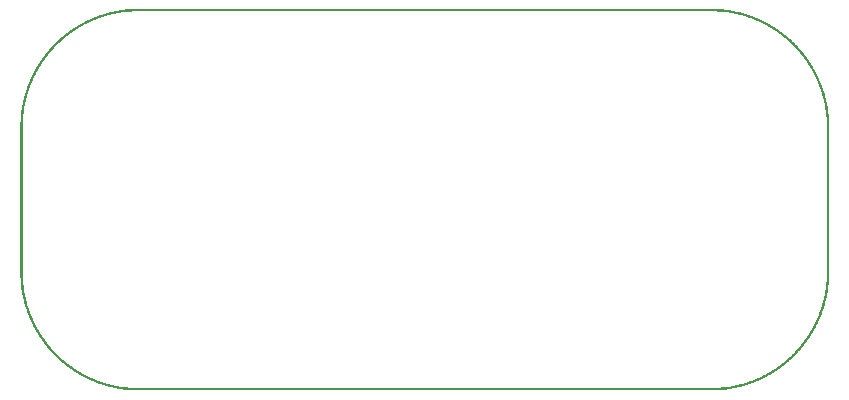
<source format=gbo>
G04 MADE WITH FRITZING*
G04 WWW.FRITZING.ORG*
G04 DOUBLE SIDED*
G04 HOLES PLATED*
G04 CONTOUR ON CENTER OF CONTOUR VECTOR*
%ASAXBY*%
%FSLAX23Y23*%
%MOIN*%
%OFA0B0*%
%SFA1.0B1.0*%
%ADD10R,0.001000X0.001000*%
%LNSILK0*%
G90*
G70*
G54D10*
X374Y1273D02*
X2322Y1273D01*
X360Y1272D02*
X2336Y1272D01*
X350Y1271D02*
X2346Y1271D01*
X342Y1270D02*
X2354Y1270D01*
X335Y1269D02*
X2361Y1269D01*
X328Y1268D02*
X2368Y1268D01*
X323Y1267D02*
X2373Y1267D01*
X318Y1266D02*
X2378Y1266D01*
X313Y1265D02*
X373Y1265D01*
X2323Y1265D02*
X2383Y1265D01*
X308Y1264D02*
X359Y1264D01*
X2337Y1264D02*
X2388Y1264D01*
X304Y1263D02*
X349Y1263D01*
X2347Y1263D02*
X2392Y1263D01*
X300Y1262D02*
X341Y1262D01*
X2355Y1262D02*
X2396Y1262D01*
X296Y1261D02*
X334Y1261D01*
X2362Y1261D02*
X2400Y1261D01*
X292Y1260D02*
X328Y1260D01*
X2368Y1260D02*
X2404Y1260D01*
X288Y1259D02*
X322Y1259D01*
X2374Y1259D02*
X2408Y1259D01*
X285Y1258D02*
X317Y1258D01*
X2379Y1258D02*
X2411Y1258D01*
X281Y1257D02*
X312Y1257D01*
X2384Y1257D02*
X2415Y1257D01*
X278Y1256D02*
X307Y1256D01*
X2389Y1256D02*
X2418Y1256D01*
X275Y1255D02*
X303Y1255D01*
X2393Y1255D02*
X2421Y1255D01*
X272Y1254D02*
X299Y1254D01*
X2397Y1254D02*
X2424Y1254D01*
X269Y1253D02*
X295Y1253D01*
X2401Y1253D02*
X2427Y1253D01*
X266Y1252D02*
X291Y1252D01*
X2405Y1252D02*
X2430Y1252D01*
X263Y1251D02*
X288Y1251D01*
X2408Y1251D02*
X2433Y1251D01*
X260Y1250D02*
X284Y1250D01*
X2412Y1250D02*
X2436Y1250D01*
X257Y1249D02*
X281Y1249D01*
X2415Y1249D02*
X2439Y1249D01*
X255Y1248D02*
X278Y1248D01*
X2418Y1248D02*
X2441Y1248D01*
X252Y1247D02*
X275Y1247D01*
X2421Y1247D02*
X2444Y1247D01*
X250Y1246D02*
X272Y1246D01*
X2424Y1246D02*
X2446Y1246D01*
X247Y1245D02*
X269Y1245D01*
X2427Y1245D02*
X2449Y1245D01*
X245Y1244D02*
X266Y1244D01*
X2430Y1244D02*
X2451Y1244D01*
X242Y1243D02*
X263Y1243D01*
X2433Y1243D02*
X2454Y1243D01*
X240Y1242D02*
X260Y1242D01*
X2436Y1242D02*
X2456Y1242D01*
X238Y1241D02*
X258Y1241D01*
X2438Y1241D02*
X2458Y1241D01*
X235Y1240D02*
X255Y1240D01*
X2441Y1240D02*
X2461Y1240D01*
X233Y1239D02*
X253Y1239D01*
X2443Y1239D02*
X2463Y1239D01*
X231Y1238D02*
X250Y1238D01*
X2446Y1238D02*
X2465Y1238D01*
X229Y1237D02*
X247Y1237D01*
X2449Y1237D02*
X2467Y1237D01*
X227Y1236D02*
X245Y1236D01*
X2451Y1236D02*
X2469Y1236D01*
X224Y1235D02*
X242Y1235D01*
X2454Y1235D02*
X2472Y1235D01*
X222Y1234D02*
X240Y1234D01*
X2456Y1234D02*
X2474Y1234D01*
X220Y1233D02*
X238Y1233D01*
X2458Y1233D02*
X2476Y1233D01*
X218Y1232D02*
X236Y1232D01*
X2460Y1232D02*
X2478Y1232D01*
X217Y1231D02*
X234Y1231D01*
X2462Y1231D02*
X2479Y1231D01*
X215Y1230D02*
X231Y1230D01*
X2465Y1230D02*
X2481Y1230D01*
X213Y1229D02*
X229Y1229D01*
X2467Y1229D02*
X2483Y1229D01*
X211Y1228D02*
X227Y1228D01*
X2469Y1228D02*
X2485Y1228D01*
X209Y1227D02*
X225Y1227D01*
X2471Y1227D02*
X2487Y1227D01*
X207Y1226D02*
X223Y1226D01*
X2473Y1226D02*
X2489Y1226D01*
X205Y1225D02*
X221Y1225D01*
X2475Y1225D02*
X2491Y1225D01*
X203Y1224D02*
X219Y1224D01*
X2477Y1224D02*
X2493Y1224D01*
X202Y1223D02*
X217Y1223D01*
X2479Y1223D02*
X2494Y1223D01*
X200Y1222D02*
X215Y1222D01*
X2481Y1222D02*
X2496Y1222D01*
X198Y1221D02*
X213Y1221D01*
X2483Y1221D02*
X2498Y1221D01*
X196Y1220D02*
X211Y1220D01*
X2485Y1220D02*
X2500Y1220D01*
X195Y1219D02*
X209Y1219D01*
X2487Y1219D02*
X2501Y1219D01*
X193Y1218D02*
X208Y1218D01*
X2488Y1218D02*
X2503Y1218D01*
X191Y1217D02*
X206Y1217D01*
X2490Y1217D02*
X2505Y1217D01*
X189Y1216D02*
X204Y1216D01*
X2492Y1216D02*
X2507Y1216D01*
X188Y1215D02*
X202Y1215D01*
X2494Y1215D02*
X2508Y1215D01*
X186Y1214D02*
X201Y1214D01*
X2495Y1214D02*
X2510Y1214D01*
X185Y1213D02*
X199Y1213D01*
X2497Y1213D02*
X2511Y1213D01*
X183Y1212D02*
X197Y1212D01*
X2499Y1212D02*
X2513Y1212D01*
X182Y1211D02*
X196Y1211D01*
X2500Y1211D02*
X2514Y1211D01*
X180Y1210D02*
X194Y1210D01*
X2502Y1210D02*
X2516Y1210D01*
X179Y1209D02*
X192Y1209D01*
X2504Y1209D02*
X2517Y1209D01*
X177Y1208D02*
X191Y1208D01*
X2505Y1208D02*
X2519Y1208D01*
X175Y1207D02*
X189Y1207D01*
X2507Y1207D02*
X2521Y1207D01*
X174Y1206D02*
X187Y1206D01*
X2509Y1206D02*
X2522Y1206D01*
X172Y1205D02*
X186Y1205D01*
X2510Y1205D02*
X2524Y1205D01*
X171Y1204D02*
X184Y1204D01*
X2512Y1204D02*
X2525Y1204D01*
X170Y1203D02*
X183Y1203D01*
X2513Y1203D02*
X2526Y1203D01*
X168Y1202D02*
X181Y1202D01*
X2515Y1202D02*
X2528Y1202D01*
X167Y1201D02*
X180Y1201D01*
X2516Y1201D02*
X2529Y1201D01*
X165Y1200D02*
X178Y1200D01*
X2518Y1200D02*
X2531Y1200D01*
X164Y1199D02*
X177Y1199D01*
X2519Y1199D02*
X2532Y1199D01*
X163Y1198D02*
X175Y1198D01*
X2521Y1198D02*
X2533Y1198D01*
X161Y1197D02*
X174Y1197D01*
X2522Y1197D02*
X2535Y1197D01*
X160Y1196D02*
X173Y1196D01*
X2523Y1196D02*
X2536Y1196D01*
X158Y1195D02*
X171Y1195D01*
X2525Y1195D02*
X2538Y1195D01*
X157Y1194D02*
X170Y1194D01*
X2526Y1194D02*
X2539Y1194D01*
X156Y1193D02*
X168Y1193D01*
X2528Y1193D02*
X2540Y1193D01*
X155Y1192D02*
X167Y1192D01*
X2529Y1192D02*
X2541Y1192D01*
X153Y1191D02*
X166Y1191D01*
X2530Y1191D02*
X2543Y1191D01*
X152Y1190D02*
X164Y1190D01*
X2532Y1190D02*
X2544Y1190D01*
X151Y1189D02*
X163Y1189D01*
X2533Y1189D02*
X2545Y1189D01*
X150Y1188D02*
X161Y1188D01*
X2535Y1188D02*
X2546Y1188D01*
X148Y1187D02*
X160Y1187D01*
X2536Y1187D02*
X2548Y1187D01*
X147Y1186D02*
X159Y1186D01*
X2537Y1186D02*
X2549Y1186D01*
X146Y1185D02*
X158Y1185D01*
X2538Y1185D02*
X2550Y1185D01*
X144Y1184D02*
X156Y1184D01*
X2540Y1184D02*
X2551Y1184D01*
X143Y1183D02*
X155Y1183D01*
X2541Y1183D02*
X2553Y1183D01*
X142Y1182D02*
X154Y1182D01*
X2542Y1182D02*
X2554Y1182D01*
X141Y1181D02*
X153Y1181D01*
X2543Y1181D02*
X2555Y1181D01*
X140Y1180D02*
X151Y1180D01*
X2545Y1180D02*
X2556Y1180D01*
X139Y1179D02*
X150Y1179D01*
X2546Y1179D02*
X2557Y1179D01*
X137Y1178D02*
X149Y1178D01*
X2547Y1178D02*
X2559Y1178D01*
X136Y1177D02*
X147Y1177D01*
X2549Y1177D02*
X2560Y1177D01*
X135Y1176D02*
X146Y1176D01*
X2550Y1176D02*
X2561Y1176D01*
X134Y1175D02*
X145Y1175D01*
X2551Y1175D02*
X2562Y1175D01*
X133Y1174D02*
X144Y1174D01*
X2552Y1174D02*
X2563Y1174D01*
X132Y1173D02*
X143Y1173D01*
X2553Y1173D02*
X2564Y1173D01*
X131Y1172D02*
X142Y1172D01*
X2554Y1172D02*
X2565Y1172D01*
X129Y1171D02*
X141Y1171D01*
X2555Y1171D02*
X2567Y1171D01*
X128Y1170D02*
X139Y1170D01*
X2557Y1170D02*
X2568Y1170D01*
X127Y1169D02*
X138Y1169D01*
X2558Y1169D02*
X2569Y1169D01*
X126Y1168D02*
X137Y1168D01*
X2559Y1168D02*
X2570Y1168D01*
X125Y1167D02*
X136Y1167D01*
X2560Y1167D02*
X2571Y1167D01*
X124Y1166D02*
X135Y1166D01*
X2561Y1166D02*
X2572Y1166D01*
X123Y1165D02*
X134Y1165D01*
X2562Y1165D02*
X2573Y1165D01*
X122Y1164D02*
X133Y1164D01*
X2563Y1164D02*
X2574Y1164D01*
X121Y1163D02*
X132Y1163D01*
X2564Y1163D02*
X2575Y1163D01*
X120Y1162D02*
X131Y1162D01*
X2565Y1162D02*
X2576Y1162D01*
X119Y1161D02*
X130Y1161D01*
X2566Y1161D02*
X2577Y1161D01*
X118Y1160D02*
X128Y1160D01*
X2568Y1160D02*
X2578Y1160D01*
X117Y1159D02*
X127Y1159D01*
X2569Y1159D02*
X2579Y1159D01*
X116Y1158D02*
X126Y1158D01*
X2570Y1158D02*
X2580Y1158D01*
X115Y1157D02*
X125Y1157D01*
X2571Y1157D02*
X2581Y1157D01*
X114Y1156D02*
X124Y1156D01*
X2572Y1156D02*
X2582Y1156D01*
X113Y1155D02*
X123Y1155D01*
X2573Y1155D02*
X2583Y1155D01*
X112Y1154D02*
X122Y1154D01*
X2574Y1154D02*
X2584Y1154D01*
X111Y1153D02*
X121Y1153D01*
X2575Y1153D02*
X2585Y1153D01*
X110Y1152D02*
X120Y1152D01*
X2576Y1152D02*
X2586Y1152D01*
X109Y1151D02*
X119Y1151D01*
X2577Y1151D02*
X2587Y1151D01*
X108Y1150D02*
X118Y1150D01*
X2578Y1150D02*
X2588Y1150D01*
X107Y1149D02*
X117Y1149D01*
X2579Y1149D02*
X2589Y1149D01*
X106Y1148D02*
X116Y1148D01*
X2580Y1148D02*
X2590Y1148D01*
X105Y1147D02*
X115Y1147D01*
X2581Y1147D02*
X2591Y1147D01*
X104Y1146D02*
X114Y1146D01*
X2582Y1146D02*
X2592Y1146D01*
X103Y1145D02*
X113Y1145D01*
X2583Y1145D02*
X2593Y1145D01*
X103Y1144D02*
X113Y1144D01*
X2583Y1144D02*
X2593Y1144D01*
X102Y1143D02*
X112Y1143D01*
X2584Y1143D02*
X2594Y1143D01*
X101Y1142D02*
X111Y1142D01*
X2585Y1142D02*
X2595Y1142D01*
X100Y1141D02*
X110Y1141D01*
X2586Y1141D02*
X2596Y1141D01*
X99Y1140D02*
X109Y1140D01*
X2587Y1140D02*
X2597Y1140D01*
X98Y1139D02*
X108Y1139D01*
X2588Y1139D02*
X2598Y1139D01*
X97Y1138D02*
X107Y1138D01*
X2589Y1138D02*
X2599Y1138D01*
X96Y1137D02*
X106Y1137D01*
X2590Y1137D02*
X2600Y1137D01*
X96Y1136D02*
X105Y1136D01*
X2591Y1136D02*
X2600Y1136D01*
X95Y1135D02*
X104Y1135D01*
X2592Y1135D02*
X2601Y1135D01*
X94Y1134D02*
X103Y1134D01*
X2593Y1134D02*
X2602Y1134D01*
X93Y1133D02*
X103Y1133D01*
X2593Y1133D02*
X2603Y1133D01*
X92Y1132D02*
X102Y1132D01*
X2594Y1132D02*
X2604Y1132D01*
X91Y1131D02*
X101Y1131D01*
X2595Y1131D02*
X2605Y1131D01*
X90Y1130D02*
X100Y1130D01*
X2596Y1130D02*
X2606Y1130D01*
X90Y1129D02*
X99Y1129D01*
X2597Y1129D02*
X2606Y1129D01*
X89Y1128D02*
X98Y1128D01*
X2598Y1128D02*
X2607Y1128D01*
X88Y1127D02*
X97Y1127D01*
X2599Y1127D02*
X2608Y1127D01*
X87Y1126D02*
X97Y1126D01*
X2599Y1126D02*
X2609Y1126D01*
X86Y1125D02*
X96Y1125D01*
X2600Y1125D02*
X2610Y1125D01*
X86Y1124D02*
X95Y1124D01*
X2601Y1124D02*
X2610Y1124D01*
X85Y1123D02*
X94Y1123D01*
X2602Y1123D02*
X2611Y1123D01*
X84Y1122D02*
X93Y1122D01*
X2603Y1122D02*
X2612Y1122D01*
X83Y1121D02*
X92Y1121D01*
X2604Y1121D02*
X2613Y1121D01*
X83Y1120D02*
X92Y1120D01*
X2604Y1120D02*
X2613Y1120D01*
X82Y1119D02*
X91Y1119D01*
X2605Y1119D02*
X2614Y1119D01*
X81Y1118D02*
X90Y1118D01*
X2606Y1118D02*
X2615Y1118D01*
X80Y1117D02*
X89Y1117D01*
X2607Y1117D02*
X2616Y1117D01*
X79Y1116D02*
X89Y1116D01*
X2607Y1116D02*
X2617Y1116D01*
X79Y1115D02*
X88Y1115D01*
X2608Y1115D02*
X2617Y1115D01*
X78Y1114D02*
X87Y1114D01*
X2609Y1114D02*
X2618Y1114D01*
X77Y1113D02*
X86Y1113D01*
X2610Y1113D02*
X2619Y1113D01*
X77Y1112D02*
X85Y1112D01*
X2611Y1112D02*
X2619Y1112D01*
X76Y1111D02*
X85Y1111D01*
X2611Y1111D02*
X2620Y1111D01*
X75Y1110D02*
X84Y1110D01*
X2612Y1110D02*
X2621Y1110D01*
X74Y1109D02*
X83Y1109D01*
X2613Y1109D02*
X2622Y1109D01*
X74Y1108D02*
X82Y1108D01*
X2614Y1108D02*
X2622Y1108D01*
X73Y1107D02*
X82Y1107D01*
X2614Y1107D02*
X2623Y1107D01*
X72Y1106D02*
X81Y1106D01*
X2615Y1106D02*
X2624Y1106D01*
X72Y1105D02*
X80Y1105D01*
X2616Y1105D02*
X2624Y1105D01*
X71Y1104D02*
X80Y1104D01*
X2616Y1104D02*
X2625Y1104D01*
X70Y1103D02*
X79Y1103D01*
X2617Y1103D02*
X2626Y1103D01*
X69Y1102D02*
X78Y1102D01*
X2618Y1102D02*
X2627Y1102D01*
X69Y1101D02*
X77Y1101D01*
X2619Y1101D02*
X2627Y1101D01*
X68Y1100D02*
X77Y1100D01*
X2619Y1100D02*
X2628Y1100D01*
X67Y1099D02*
X76Y1099D01*
X2620Y1099D02*
X2629Y1099D01*
X67Y1098D02*
X75Y1098D01*
X2621Y1098D02*
X2629Y1098D01*
X66Y1097D02*
X75Y1097D01*
X2621Y1097D02*
X2630Y1097D01*
X65Y1096D02*
X74Y1096D01*
X2622Y1096D02*
X2631Y1096D01*
X65Y1095D02*
X73Y1095D01*
X2623Y1095D02*
X2631Y1095D01*
X64Y1094D02*
X73Y1094D01*
X2623Y1094D02*
X2632Y1094D01*
X64Y1093D02*
X72Y1093D01*
X2624Y1093D02*
X2632Y1093D01*
X63Y1092D02*
X71Y1092D01*
X2625Y1092D02*
X2633Y1092D01*
X62Y1091D02*
X71Y1091D01*
X2625Y1091D02*
X2634Y1091D01*
X62Y1090D02*
X70Y1090D01*
X2626Y1090D02*
X2634Y1090D01*
X61Y1089D02*
X69Y1089D01*
X2627Y1089D02*
X2635Y1089D01*
X60Y1088D02*
X69Y1088D01*
X2627Y1088D02*
X2636Y1088D01*
X60Y1087D02*
X68Y1087D01*
X2628Y1087D02*
X2636Y1087D01*
X59Y1086D02*
X67Y1086D01*
X2629Y1086D02*
X2637Y1086D01*
X58Y1085D02*
X67Y1085D01*
X2629Y1085D02*
X2638Y1085D01*
X58Y1084D02*
X66Y1084D01*
X2630Y1084D02*
X2638Y1084D01*
X57Y1083D02*
X66Y1083D01*
X2630Y1083D02*
X2639Y1083D01*
X57Y1082D02*
X65Y1082D01*
X2631Y1082D02*
X2639Y1082D01*
X56Y1081D02*
X64Y1081D01*
X2632Y1081D02*
X2640Y1081D01*
X55Y1080D02*
X64Y1080D01*
X2632Y1080D02*
X2641Y1080D01*
X55Y1079D02*
X63Y1079D01*
X2633Y1079D02*
X2641Y1079D01*
X54Y1078D02*
X62Y1078D01*
X2634Y1078D02*
X2642Y1078D01*
X54Y1077D02*
X62Y1077D01*
X2634Y1077D02*
X2642Y1077D01*
X53Y1076D02*
X61Y1076D01*
X2635Y1076D02*
X2643Y1076D01*
X53Y1075D02*
X61Y1075D01*
X2635Y1075D02*
X2643Y1075D01*
X52Y1074D02*
X60Y1074D01*
X2636Y1074D02*
X2644Y1074D01*
X51Y1073D02*
X59Y1073D01*
X2637Y1073D02*
X2645Y1073D01*
X51Y1072D02*
X59Y1072D01*
X2637Y1072D02*
X2645Y1072D01*
X50Y1071D02*
X58Y1071D01*
X2638Y1071D02*
X2646Y1071D01*
X50Y1070D02*
X58Y1070D01*
X2638Y1070D02*
X2646Y1070D01*
X49Y1069D02*
X57Y1069D01*
X2639Y1069D02*
X2647Y1069D01*
X49Y1068D02*
X57Y1068D01*
X2639Y1068D02*
X2647Y1068D01*
X48Y1067D02*
X56Y1067D01*
X2640Y1067D02*
X2648Y1067D01*
X47Y1066D02*
X55Y1066D01*
X2641Y1066D02*
X2649Y1066D01*
X47Y1065D02*
X55Y1065D01*
X2641Y1065D02*
X2649Y1065D01*
X46Y1064D02*
X54Y1064D01*
X2642Y1064D02*
X2650Y1064D01*
X46Y1063D02*
X54Y1063D01*
X2642Y1063D02*
X2650Y1063D01*
X45Y1062D02*
X53Y1062D01*
X2643Y1062D02*
X2651Y1062D01*
X45Y1061D02*
X53Y1061D01*
X2643Y1061D02*
X2651Y1061D01*
X44Y1060D02*
X52Y1060D01*
X2644Y1060D02*
X2652Y1060D01*
X44Y1059D02*
X52Y1059D01*
X2644Y1059D02*
X2652Y1059D01*
X43Y1058D02*
X51Y1058D01*
X2645Y1058D02*
X2653Y1058D01*
X43Y1057D02*
X51Y1057D01*
X2645Y1057D02*
X2653Y1057D01*
X42Y1056D02*
X50Y1056D01*
X2646Y1056D02*
X2654Y1056D01*
X42Y1055D02*
X50Y1055D01*
X2646Y1055D02*
X2654Y1055D01*
X41Y1054D02*
X49Y1054D01*
X2647Y1054D02*
X2655Y1054D01*
X41Y1053D02*
X49Y1053D01*
X2647Y1053D02*
X2655Y1053D01*
X40Y1052D02*
X48Y1052D01*
X2648Y1052D02*
X2656Y1052D01*
X40Y1051D02*
X48Y1051D01*
X2648Y1051D02*
X2656Y1051D01*
X39Y1050D02*
X47Y1050D01*
X2649Y1050D02*
X2657Y1050D01*
X39Y1049D02*
X47Y1049D01*
X2649Y1049D02*
X2657Y1049D01*
X38Y1048D02*
X46Y1048D01*
X2650Y1048D02*
X2658Y1048D01*
X38Y1047D02*
X46Y1047D01*
X2650Y1047D02*
X2658Y1047D01*
X37Y1046D02*
X45Y1046D01*
X2651Y1046D02*
X2659Y1046D01*
X37Y1045D02*
X45Y1045D01*
X2651Y1045D02*
X2659Y1045D01*
X37Y1044D02*
X44Y1044D01*
X2652Y1044D02*
X2659Y1044D01*
X36Y1043D02*
X44Y1043D01*
X2652Y1043D02*
X2660Y1043D01*
X36Y1042D02*
X43Y1042D01*
X2653Y1042D02*
X2660Y1042D01*
X35Y1041D02*
X43Y1041D01*
X2653Y1041D02*
X2661Y1041D01*
X35Y1040D02*
X42Y1040D01*
X2654Y1040D02*
X2661Y1040D01*
X34Y1039D02*
X42Y1039D01*
X2654Y1039D02*
X2662Y1039D01*
X34Y1038D02*
X41Y1038D01*
X2655Y1038D02*
X2662Y1038D01*
X33Y1037D02*
X41Y1037D01*
X2655Y1037D02*
X2663Y1037D01*
X33Y1036D02*
X41Y1036D01*
X2655Y1036D02*
X2663Y1036D01*
X33Y1035D02*
X40Y1035D01*
X2656Y1035D02*
X2663Y1035D01*
X32Y1034D02*
X40Y1034D01*
X2656Y1034D02*
X2664Y1034D01*
X32Y1033D02*
X39Y1033D01*
X2657Y1033D02*
X2664Y1033D01*
X31Y1032D02*
X39Y1032D01*
X2657Y1032D02*
X2665Y1032D01*
X31Y1031D02*
X38Y1031D01*
X2658Y1031D02*
X2665Y1031D01*
X30Y1030D02*
X38Y1030D01*
X2658Y1030D02*
X2666Y1030D01*
X30Y1029D02*
X37Y1029D01*
X2659Y1029D02*
X2666Y1029D01*
X30Y1028D02*
X37Y1028D01*
X2659Y1028D02*
X2666Y1028D01*
X29Y1027D02*
X37Y1027D01*
X2659Y1027D02*
X2667Y1027D01*
X29Y1026D02*
X36Y1026D01*
X2660Y1026D02*
X2667Y1026D01*
X28Y1025D02*
X36Y1025D01*
X2660Y1025D02*
X2668Y1025D01*
X28Y1024D02*
X35Y1024D01*
X2661Y1024D02*
X2668Y1024D01*
X28Y1023D02*
X35Y1023D01*
X2661Y1023D02*
X2668Y1023D01*
X27Y1022D02*
X35Y1022D01*
X2661Y1022D02*
X2669Y1022D01*
X27Y1021D02*
X34Y1021D01*
X2662Y1021D02*
X2669Y1021D01*
X26Y1020D02*
X34Y1020D01*
X2662Y1020D02*
X2670Y1020D01*
X26Y1019D02*
X33Y1019D01*
X2663Y1019D02*
X2670Y1019D01*
X26Y1018D02*
X33Y1018D01*
X2663Y1018D02*
X2670Y1018D01*
X25Y1017D02*
X33Y1017D01*
X2663Y1017D02*
X2671Y1017D01*
X25Y1016D02*
X32Y1016D01*
X2664Y1016D02*
X2671Y1016D01*
X24Y1015D02*
X32Y1015D01*
X2664Y1015D02*
X2672Y1015D01*
X24Y1014D02*
X32Y1014D01*
X2664Y1014D02*
X2672Y1014D01*
X24Y1013D02*
X31Y1013D01*
X2665Y1013D02*
X2672Y1013D01*
X23Y1012D02*
X31Y1012D01*
X2665Y1012D02*
X2673Y1012D01*
X23Y1011D02*
X30Y1011D01*
X2666Y1011D02*
X2673Y1011D01*
X23Y1010D02*
X30Y1010D01*
X2666Y1010D02*
X2673Y1010D01*
X22Y1009D02*
X30Y1009D01*
X2666Y1009D02*
X2674Y1009D01*
X22Y1008D02*
X29Y1008D01*
X2667Y1008D02*
X2674Y1008D01*
X22Y1007D02*
X29Y1007D01*
X2667Y1007D02*
X2674Y1007D01*
X21Y1006D02*
X29Y1006D01*
X2667Y1006D02*
X2675Y1006D01*
X21Y1005D02*
X28Y1005D01*
X2668Y1005D02*
X2675Y1005D01*
X21Y1004D02*
X28Y1004D01*
X2668Y1004D02*
X2675Y1004D01*
X20Y1003D02*
X28Y1003D01*
X2668Y1003D02*
X2676Y1003D01*
X20Y1002D02*
X27Y1002D01*
X2669Y1002D02*
X2676Y1002D01*
X20Y1001D02*
X27Y1001D01*
X2669Y1001D02*
X2676Y1001D01*
X19Y1000D02*
X27Y1000D01*
X2669Y1000D02*
X2677Y1000D01*
X19Y999D02*
X26Y999D01*
X2670Y999D02*
X2677Y999D01*
X19Y998D02*
X26Y998D01*
X2670Y998D02*
X2677Y998D01*
X18Y997D02*
X26Y997D01*
X2670Y997D02*
X2678Y997D01*
X18Y996D02*
X25Y996D01*
X2671Y996D02*
X2678Y996D01*
X18Y995D02*
X25Y995D01*
X2671Y995D02*
X2678Y995D01*
X17Y994D02*
X25Y994D01*
X2671Y994D02*
X2679Y994D01*
X17Y993D02*
X24Y993D01*
X2672Y993D02*
X2679Y993D01*
X17Y992D02*
X24Y992D01*
X2672Y992D02*
X2679Y992D01*
X16Y991D02*
X24Y991D01*
X2672Y991D02*
X2680Y991D01*
X16Y990D02*
X23Y990D01*
X2673Y990D02*
X2680Y990D01*
X16Y989D02*
X23Y989D01*
X2673Y989D02*
X2680Y989D01*
X16Y988D02*
X23Y988D01*
X2673Y988D02*
X2680Y988D01*
X15Y987D02*
X23Y987D01*
X2673Y987D02*
X2681Y987D01*
X15Y986D02*
X22Y986D01*
X2674Y986D02*
X2681Y986D01*
X15Y985D02*
X22Y985D01*
X2674Y985D02*
X2681Y985D01*
X14Y984D02*
X22Y984D01*
X2674Y984D02*
X2682Y984D01*
X14Y983D02*
X21Y983D01*
X2675Y983D02*
X2682Y983D01*
X14Y982D02*
X21Y982D01*
X2675Y982D02*
X2682Y982D01*
X14Y981D02*
X21Y981D01*
X2675Y981D02*
X2682Y981D01*
X13Y980D02*
X21Y980D01*
X2675Y980D02*
X2683Y980D01*
X13Y979D02*
X20Y979D01*
X2676Y979D02*
X2683Y979D01*
X13Y978D02*
X20Y978D01*
X2676Y978D02*
X2683Y978D01*
X13Y977D02*
X20Y977D01*
X2676Y977D02*
X2683Y977D01*
X12Y976D02*
X19Y976D01*
X2677Y976D02*
X2684Y976D01*
X12Y975D02*
X19Y975D01*
X2677Y975D02*
X2684Y975D01*
X12Y974D02*
X19Y974D01*
X2677Y974D02*
X2684Y974D01*
X12Y973D02*
X19Y973D01*
X2677Y973D02*
X2684Y973D01*
X11Y972D02*
X18Y972D01*
X2678Y972D02*
X2685Y972D01*
X11Y971D02*
X18Y971D01*
X2678Y971D02*
X2685Y971D01*
X11Y970D02*
X18Y970D01*
X2678Y970D02*
X2685Y970D01*
X11Y969D02*
X18Y969D01*
X2678Y969D02*
X2685Y969D01*
X10Y968D02*
X17Y968D01*
X2679Y968D02*
X2686Y968D01*
X10Y967D02*
X17Y967D01*
X2679Y967D02*
X2686Y967D01*
X10Y966D02*
X17Y966D01*
X2679Y966D02*
X2686Y966D01*
X10Y965D02*
X17Y965D01*
X2679Y965D02*
X2686Y965D01*
X9Y964D02*
X17Y964D01*
X2679Y964D02*
X2687Y964D01*
X9Y963D02*
X16Y963D01*
X2680Y963D02*
X2687Y963D01*
X9Y962D02*
X16Y962D01*
X2680Y962D02*
X2687Y962D01*
X9Y961D02*
X16Y961D01*
X2680Y961D02*
X2687Y961D01*
X9Y960D02*
X16Y960D01*
X2680Y960D02*
X2687Y960D01*
X8Y959D02*
X15Y959D01*
X2681Y959D02*
X2688Y959D01*
X8Y958D02*
X15Y958D01*
X2681Y958D02*
X2688Y958D01*
X8Y957D02*
X15Y957D01*
X2681Y957D02*
X2688Y957D01*
X8Y956D02*
X15Y956D01*
X2681Y956D02*
X2688Y956D01*
X8Y955D02*
X15Y955D01*
X2681Y955D02*
X2688Y955D01*
X7Y954D02*
X14Y954D01*
X2682Y954D02*
X2689Y954D01*
X7Y953D02*
X14Y953D01*
X2682Y953D02*
X2689Y953D01*
X7Y952D02*
X14Y952D01*
X2682Y952D02*
X2689Y952D01*
X7Y951D02*
X14Y951D01*
X2682Y951D02*
X2689Y951D01*
X7Y950D02*
X14Y950D01*
X2682Y950D02*
X2689Y950D01*
X6Y949D02*
X13Y949D01*
X2682Y949D02*
X2690Y949D01*
X6Y948D02*
X13Y948D01*
X2683Y948D02*
X2690Y948D01*
X6Y947D02*
X13Y947D01*
X2683Y947D02*
X2690Y947D01*
X6Y946D02*
X13Y946D01*
X2683Y946D02*
X2690Y946D01*
X6Y945D02*
X13Y945D01*
X2683Y945D02*
X2690Y945D01*
X6Y944D02*
X13Y944D01*
X2683Y944D02*
X2690Y944D01*
X5Y943D02*
X12Y943D01*
X2684Y943D02*
X2691Y943D01*
X5Y942D02*
X12Y942D01*
X2684Y942D02*
X2691Y942D01*
X5Y941D02*
X12Y941D01*
X2684Y941D02*
X2691Y941D01*
X5Y940D02*
X12Y940D01*
X2684Y940D02*
X2691Y940D01*
X5Y939D02*
X12Y939D01*
X2684Y939D02*
X2691Y939D01*
X5Y938D02*
X12Y938D01*
X2684Y938D02*
X2691Y938D01*
X4Y937D02*
X11Y937D01*
X2685Y937D02*
X2692Y937D01*
X4Y936D02*
X11Y936D01*
X2685Y936D02*
X2692Y936D01*
X4Y935D02*
X11Y935D01*
X2685Y935D02*
X2692Y935D01*
X4Y934D02*
X11Y934D01*
X2685Y934D02*
X2692Y934D01*
X4Y933D02*
X11Y933D01*
X2685Y933D02*
X2692Y933D01*
X4Y932D02*
X11Y932D01*
X2685Y932D02*
X2692Y932D01*
X4Y931D02*
X11Y931D01*
X2685Y931D02*
X2692Y931D01*
X3Y930D02*
X10Y930D01*
X2686Y930D02*
X2693Y930D01*
X3Y929D02*
X10Y929D01*
X2686Y929D02*
X2693Y929D01*
X3Y928D02*
X10Y928D01*
X2686Y928D02*
X2693Y928D01*
X3Y927D02*
X10Y927D01*
X2686Y927D02*
X2693Y927D01*
X3Y926D02*
X10Y926D01*
X2686Y926D02*
X2693Y926D01*
X3Y925D02*
X10Y925D01*
X2686Y925D02*
X2693Y925D01*
X3Y924D02*
X10Y924D01*
X2686Y924D02*
X2693Y924D01*
X3Y923D02*
X10Y923D01*
X2686Y923D02*
X2693Y923D01*
X2Y922D02*
X10Y922D01*
X2686Y922D02*
X2694Y922D01*
X2Y921D02*
X9Y921D01*
X2687Y921D02*
X2694Y921D01*
X2Y920D02*
X9Y920D01*
X2687Y920D02*
X2694Y920D01*
X2Y919D02*
X9Y919D01*
X2687Y919D02*
X2694Y919D01*
X2Y918D02*
X9Y918D01*
X2687Y918D02*
X2694Y918D01*
X2Y917D02*
X9Y917D01*
X2687Y917D02*
X2694Y917D01*
X2Y916D02*
X9Y916D01*
X2687Y916D02*
X2694Y916D01*
X2Y915D02*
X9Y915D01*
X2687Y915D02*
X2694Y915D01*
X2Y914D02*
X9Y914D01*
X2687Y914D02*
X2694Y914D01*
X2Y913D02*
X9Y913D01*
X2687Y913D02*
X2694Y913D01*
X2Y912D02*
X9Y912D01*
X2687Y912D02*
X2694Y912D01*
X1Y911D02*
X8Y911D01*
X2688Y911D02*
X2695Y911D01*
X1Y910D02*
X8Y910D01*
X2688Y910D02*
X2695Y910D01*
X1Y909D02*
X8Y909D01*
X2688Y909D02*
X2695Y909D01*
X1Y908D02*
X8Y908D01*
X2688Y908D02*
X2695Y908D01*
X1Y907D02*
X8Y907D01*
X2688Y907D02*
X2695Y907D01*
X1Y906D02*
X8Y906D01*
X2688Y906D02*
X2695Y906D01*
X1Y905D02*
X8Y905D01*
X2688Y905D02*
X2695Y905D01*
X1Y904D02*
X8Y904D01*
X2688Y904D02*
X2695Y904D01*
X1Y903D02*
X8Y903D01*
X2688Y903D02*
X2695Y903D01*
X1Y902D02*
X8Y902D01*
X2688Y902D02*
X2695Y902D01*
X1Y901D02*
X8Y901D01*
X2688Y901D02*
X2695Y901D01*
X1Y900D02*
X8Y900D01*
X2688Y900D02*
X2695Y900D01*
X1Y899D02*
X8Y899D01*
X2688Y899D02*
X2695Y899D01*
X1Y898D02*
X8Y898D01*
X2688Y898D02*
X2695Y898D01*
X0Y897D02*
X7Y897D01*
X2689Y897D02*
X2696Y897D01*
X0Y896D02*
X7Y896D01*
X2689Y896D02*
X2696Y896D01*
X0Y895D02*
X7Y895D01*
X2689Y895D02*
X2696Y895D01*
X0Y894D02*
X7Y894D01*
X2689Y894D02*
X2696Y894D01*
X0Y893D02*
X7Y893D01*
X2689Y893D02*
X2696Y893D01*
X0Y892D02*
X7Y892D01*
X2689Y892D02*
X2696Y892D01*
X0Y891D02*
X7Y891D01*
X2689Y891D02*
X2696Y891D01*
X0Y890D02*
X7Y890D01*
X2689Y890D02*
X2696Y890D01*
X0Y889D02*
X7Y889D01*
X2689Y889D02*
X2696Y889D01*
X0Y888D02*
X7Y888D01*
X2689Y888D02*
X2696Y888D01*
X0Y887D02*
X7Y887D01*
X2689Y887D02*
X2696Y887D01*
X0Y886D02*
X7Y886D01*
X2689Y886D02*
X2696Y886D01*
X0Y885D02*
X7Y885D01*
X2689Y885D02*
X2696Y885D01*
X0Y884D02*
X7Y884D01*
X2689Y884D02*
X2696Y884D01*
X0Y883D02*
X7Y883D01*
X2689Y883D02*
X2696Y883D01*
X0Y882D02*
X7Y882D01*
X2689Y882D02*
X2696Y882D01*
X0Y881D02*
X7Y881D01*
X2689Y881D02*
X2696Y881D01*
X0Y880D02*
X7Y880D01*
X2689Y880D02*
X2696Y880D01*
X0Y879D02*
X7Y879D01*
X2689Y879D02*
X2696Y879D01*
X0Y878D02*
X7Y878D01*
X2689Y878D02*
X2696Y878D01*
X0Y877D02*
X7Y877D01*
X2689Y877D02*
X2696Y877D01*
X0Y876D02*
X7Y876D01*
X2689Y876D02*
X2696Y876D01*
X0Y875D02*
X7Y875D01*
X2689Y875D02*
X2696Y875D01*
X0Y874D02*
X7Y874D01*
X2689Y874D02*
X2696Y874D01*
X0Y873D02*
X7Y873D01*
X2689Y873D02*
X2696Y873D01*
X0Y872D02*
X7Y872D01*
X2689Y872D02*
X2696Y872D01*
X0Y871D02*
X7Y871D01*
X2689Y871D02*
X2696Y871D01*
X0Y870D02*
X7Y870D01*
X2689Y870D02*
X2696Y870D01*
X0Y869D02*
X7Y869D01*
X2689Y869D02*
X2696Y869D01*
X0Y868D02*
X7Y868D01*
X2689Y868D02*
X2696Y868D01*
X0Y867D02*
X7Y867D01*
X2689Y867D02*
X2696Y867D01*
X0Y866D02*
X7Y866D01*
X2689Y866D02*
X2696Y866D01*
X0Y865D02*
X7Y865D01*
X2689Y865D02*
X2696Y865D01*
X0Y864D02*
X7Y864D01*
X2689Y864D02*
X2696Y864D01*
X0Y863D02*
X7Y863D01*
X2689Y863D02*
X2696Y863D01*
X0Y862D02*
X7Y862D01*
X2689Y862D02*
X2696Y862D01*
X0Y861D02*
X7Y861D01*
X2689Y861D02*
X2696Y861D01*
X0Y860D02*
X7Y860D01*
X2689Y860D02*
X2696Y860D01*
X0Y859D02*
X7Y859D01*
X2689Y859D02*
X2696Y859D01*
X0Y858D02*
X7Y858D01*
X2689Y858D02*
X2696Y858D01*
X0Y857D02*
X7Y857D01*
X2689Y857D02*
X2696Y857D01*
X0Y856D02*
X7Y856D01*
X2689Y856D02*
X2696Y856D01*
X0Y855D02*
X7Y855D01*
X2689Y855D02*
X2696Y855D01*
X0Y854D02*
X7Y854D01*
X2689Y854D02*
X2696Y854D01*
X0Y853D02*
X7Y853D01*
X2689Y853D02*
X2696Y853D01*
X0Y852D02*
X7Y852D01*
X2689Y852D02*
X2696Y852D01*
X0Y851D02*
X7Y851D01*
X2689Y851D02*
X2696Y851D01*
X0Y850D02*
X7Y850D01*
X2689Y850D02*
X2696Y850D01*
X0Y849D02*
X7Y849D01*
X2689Y849D02*
X2696Y849D01*
X0Y848D02*
X7Y848D01*
X2689Y848D02*
X2696Y848D01*
X0Y847D02*
X7Y847D01*
X2689Y847D02*
X2696Y847D01*
X0Y846D02*
X7Y846D01*
X2689Y846D02*
X2696Y846D01*
X0Y845D02*
X7Y845D01*
X2689Y845D02*
X2696Y845D01*
X0Y844D02*
X7Y844D01*
X2689Y844D02*
X2696Y844D01*
X0Y843D02*
X7Y843D01*
X2689Y843D02*
X2696Y843D01*
X0Y842D02*
X7Y842D01*
X2689Y842D02*
X2696Y842D01*
X0Y841D02*
X7Y841D01*
X2689Y841D02*
X2696Y841D01*
X0Y840D02*
X7Y840D01*
X2689Y840D02*
X2696Y840D01*
X0Y839D02*
X7Y839D01*
X2689Y839D02*
X2696Y839D01*
X0Y838D02*
X7Y838D01*
X2689Y838D02*
X2696Y838D01*
X0Y837D02*
X7Y837D01*
X2689Y837D02*
X2696Y837D01*
X0Y836D02*
X7Y836D01*
X2689Y836D02*
X2696Y836D01*
X0Y835D02*
X7Y835D01*
X2689Y835D02*
X2696Y835D01*
X0Y834D02*
X7Y834D01*
X2689Y834D02*
X2696Y834D01*
X0Y833D02*
X7Y833D01*
X2689Y833D02*
X2696Y833D01*
X0Y832D02*
X7Y832D01*
X2689Y832D02*
X2696Y832D01*
X0Y831D02*
X7Y831D01*
X2689Y831D02*
X2696Y831D01*
X0Y830D02*
X7Y830D01*
X2689Y830D02*
X2696Y830D01*
X0Y829D02*
X7Y829D01*
X2689Y829D02*
X2696Y829D01*
X0Y828D02*
X7Y828D01*
X2689Y828D02*
X2696Y828D01*
X0Y827D02*
X7Y827D01*
X2689Y827D02*
X2696Y827D01*
X0Y826D02*
X7Y826D01*
X2689Y826D02*
X2696Y826D01*
X0Y825D02*
X7Y825D01*
X2689Y825D02*
X2696Y825D01*
X0Y824D02*
X7Y824D01*
X2689Y824D02*
X2696Y824D01*
X0Y823D02*
X7Y823D01*
X2689Y823D02*
X2696Y823D01*
X0Y822D02*
X7Y822D01*
X2689Y822D02*
X2696Y822D01*
X0Y821D02*
X7Y821D01*
X2689Y821D02*
X2696Y821D01*
X0Y820D02*
X7Y820D01*
X2689Y820D02*
X2696Y820D01*
X0Y819D02*
X7Y819D01*
X2689Y819D02*
X2696Y819D01*
X0Y818D02*
X7Y818D01*
X2689Y818D02*
X2696Y818D01*
X0Y817D02*
X7Y817D01*
X2689Y817D02*
X2696Y817D01*
X0Y816D02*
X7Y816D01*
X2689Y816D02*
X2696Y816D01*
X0Y815D02*
X7Y815D01*
X2689Y815D02*
X2696Y815D01*
X0Y814D02*
X7Y814D01*
X2689Y814D02*
X2696Y814D01*
X0Y813D02*
X7Y813D01*
X2689Y813D02*
X2696Y813D01*
X0Y812D02*
X7Y812D01*
X2689Y812D02*
X2696Y812D01*
X0Y811D02*
X7Y811D01*
X2689Y811D02*
X2696Y811D01*
X0Y810D02*
X7Y810D01*
X2689Y810D02*
X2696Y810D01*
X0Y809D02*
X7Y809D01*
X2689Y809D02*
X2696Y809D01*
X0Y808D02*
X7Y808D01*
X2689Y808D02*
X2696Y808D01*
X0Y807D02*
X7Y807D01*
X2689Y807D02*
X2696Y807D01*
X0Y806D02*
X7Y806D01*
X2689Y806D02*
X2696Y806D01*
X0Y805D02*
X7Y805D01*
X2689Y805D02*
X2696Y805D01*
X0Y804D02*
X7Y804D01*
X2689Y804D02*
X2696Y804D01*
X0Y803D02*
X7Y803D01*
X2689Y803D02*
X2696Y803D01*
X0Y802D02*
X7Y802D01*
X2689Y802D02*
X2696Y802D01*
X0Y801D02*
X7Y801D01*
X2689Y801D02*
X2696Y801D01*
X0Y800D02*
X7Y800D01*
X2689Y800D02*
X2696Y800D01*
X0Y799D02*
X7Y799D01*
X2689Y799D02*
X2696Y799D01*
X0Y798D02*
X7Y798D01*
X2689Y798D02*
X2696Y798D01*
X0Y797D02*
X7Y797D01*
X2689Y797D02*
X2696Y797D01*
X0Y796D02*
X7Y796D01*
X2689Y796D02*
X2696Y796D01*
X0Y795D02*
X7Y795D01*
X2689Y795D02*
X2696Y795D01*
X0Y794D02*
X7Y794D01*
X2689Y794D02*
X2696Y794D01*
X0Y793D02*
X7Y793D01*
X2689Y793D02*
X2696Y793D01*
X0Y792D02*
X7Y792D01*
X2689Y792D02*
X2696Y792D01*
X0Y791D02*
X7Y791D01*
X2689Y791D02*
X2696Y791D01*
X0Y790D02*
X7Y790D01*
X2689Y790D02*
X2696Y790D01*
X0Y789D02*
X7Y789D01*
X2689Y789D02*
X2696Y789D01*
X0Y788D02*
X7Y788D01*
X2689Y788D02*
X2696Y788D01*
X0Y787D02*
X7Y787D01*
X2689Y787D02*
X2696Y787D01*
X0Y786D02*
X7Y786D01*
X2689Y786D02*
X2696Y786D01*
X0Y785D02*
X7Y785D01*
X2689Y785D02*
X2696Y785D01*
X0Y784D02*
X7Y784D01*
X2689Y784D02*
X2696Y784D01*
X0Y783D02*
X7Y783D01*
X2689Y783D02*
X2696Y783D01*
X0Y782D02*
X7Y782D01*
X2689Y782D02*
X2696Y782D01*
X0Y781D02*
X7Y781D01*
X2689Y781D02*
X2696Y781D01*
X0Y780D02*
X7Y780D01*
X2689Y780D02*
X2696Y780D01*
X0Y779D02*
X7Y779D01*
X2689Y779D02*
X2696Y779D01*
X0Y778D02*
X7Y778D01*
X2689Y778D02*
X2696Y778D01*
X0Y777D02*
X7Y777D01*
X2689Y777D02*
X2696Y777D01*
X0Y776D02*
X7Y776D01*
X2689Y776D02*
X2696Y776D01*
X0Y775D02*
X7Y775D01*
X2689Y775D02*
X2696Y775D01*
X0Y774D02*
X7Y774D01*
X2689Y774D02*
X2696Y774D01*
X0Y773D02*
X7Y773D01*
X2689Y773D02*
X2696Y773D01*
X0Y772D02*
X7Y772D01*
X2689Y772D02*
X2696Y772D01*
X0Y771D02*
X7Y771D01*
X2689Y771D02*
X2696Y771D01*
X0Y770D02*
X7Y770D01*
X2689Y770D02*
X2696Y770D01*
X0Y769D02*
X7Y769D01*
X2689Y769D02*
X2696Y769D01*
X0Y768D02*
X7Y768D01*
X2689Y768D02*
X2696Y768D01*
X0Y767D02*
X7Y767D01*
X2689Y767D02*
X2696Y767D01*
X0Y766D02*
X7Y766D01*
X2689Y766D02*
X2696Y766D01*
X0Y765D02*
X7Y765D01*
X2689Y765D02*
X2696Y765D01*
X0Y764D02*
X7Y764D01*
X2689Y764D02*
X2696Y764D01*
X0Y763D02*
X7Y763D01*
X2689Y763D02*
X2696Y763D01*
X0Y762D02*
X7Y762D01*
X2689Y762D02*
X2696Y762D01*
X0Y761D02*
X7Y761D01*
X2689Y761D02*
X2696Y761D01*
X0Y760D02*
X7Y760D01*
X2689Y760D02*
X2696Y760D01*
X0Y759D02*
X7Y759D01*
X2689Y759D02*
X2696Y759D01*
X0Y758D02*
X7Y758D01*
X2689Y758D02*
X2696Y758D01*
X0Y757D02*
X7Y757D01*
X2689Y757D02*
X2696Y757D01*
X0Y756D02*
X7Y756D01*
X2689Y756D02*
X2696Y756D01*
X0Y755D02*
X7Y755D01*
X2689Y755D02*
X2696Y755D01*
X0Y754D02*
X7Y754D01*
X2689Y754D02*
X2696Y754D01*
X0Y753D02*
X7Y753D01*
X2689Y753D02*
X2696Y753D01*
X0Y752D02*
X7Y752D01*
X2689Y752D02*
X2696Y752D01*
X0Y751D02*
X7Y751D01*
X2689Y751D02*
X2696Y751D01*
X0Y750D02*
X7Y750D01*
X2689Y750D02*
X2696Y750D01*
X0Y749D02*
X7Y749D01*
X2689Y749D02*
X2696Y749D01*
X0Y748D02*
X7Y748D01*
X2689Y748D02*
X2696Y748D01*
X0Y747D02*
X7Y747D01*
X2689Y747D02*
X2696Y747D01*
X0Y746D02*
X7Y746D01*
X2689Y746D02*
X2696Y746D01*
X0Y745D02*
X7Y745D01*
X2689Y745D02*
X2696Y745D01*
X0Y744D02*
X7Y744D01*
X2689Y744D02*
X2696Y744D01*
X0Y743D02*
X7Y743D01*
X2689Y743D02*
X2696Y743D01*
X0Y742D02*
X7Y742D01*
X2689Y742D02*
X2696Y742D01*
X0Y741D02*
X7Y741D01*
X2689Y741D02*
X2696Y741D01*
X0Y740D02*
X7Y740D01*
X2689Y740D02*
X2696Y740D01*
X0Y739D02*
X7Y739D01*
X2689Y739D02*
X2696Y739D01*
X0Y738D02*
X7Y738D01*
X2689Y738D02*
X2696Y738D01*
X0Y737D02*
X7Y737D01*
X2689Y737D02*
X2696Y737D01*
X0Y736D02*
X7Y736D01*
X2689Y736D02*
X2696Y736D01*
X0Y735D02*
X7Y735D01*
X2689Y735D02*
X2696Y735D01*
X0Y734D02*
X7Y734D01*
X2689Y734D02*
X2696Y734D01*
X0Y733D02*
X7Y733D01*
X2689Y733D02*
X2696Y733D01*
X0Y732D02*
X7Y732D01*
X2689Y732D02*
X2696Y732D01*
X0Y731D02*
X7Y731D01*
X2689Y731D02*
X2696Y731D01*
X0Y730D02*
X7Y730D01*
X2689Y730D02*
X2696Y730D01*
X0Y729D02*
X7Y729D01*
X2689Y729D02*
X2696Y729D01*
X0Y728D02*
X7Y728D01*
X2689Y728D02*
X2696Y728D01*
X0Y727D02*
X7Y727D01*
X2689Y727D02*
X2696Y727D01*
X0Y726D02*
X7Y726D01*
X2689Y726D02*
X2696Y726D01*
X0Y725D02*
X7Y725D01*
X2689Y725D02*
X2696Y725D01*
X0Y724D02*
X7Y724D01*
X2689Y724D02*
X2696Y724D01*
X0Y723D02*
X7Y723D01*
X2689Y723D02*
X2696Y723D01*
X0Y722D02*
X7Y722D01*
X2689Y722D02*
X2696Y722D01*
X0Y721D02*
X7Y721D01*
X2689Y721D02*
X2696Y721D01*
X0Y720D02*
X7Y720D01*
X2689Y720D02*
X2696Y720D01*
X0Y719D02*
X7Y719D01*
X2689Y719D02*
X2696Y719D01*
X0Y718D02*
X7Y718D01*
X2689Y718D02*
X2696Y718D01*
X0Y717D02*
X7Y717D01*
X2689Y717D02*
X2696Y717D01*
X0Y716D02*
X7Y716D01*
X2689Y716D02*
X2696Y716D01*
X0Y715D02*
X7Y715D01*
X2689Y715D02*
X2696Y715D01*
X0Y714D02*
X7Y714D01*
X2689Y714D02*
X2696Y714D01*
X0Y713D02*
X7Y713D01*
X2689Y713D02*
X2696Y713D01*
X0Y712D02*
X7Y712D01*
X2689Y712D02*
X2696Y712D01*
X0Y711D02*
X7Y711D01*
X2689Y711D02*
X2696Y711D01*
X0Y710D02*
X7Y710D01*
X2689Y710D02*
X2696Y710D01*
X0Y709D02*
X7Y709D01*
X2689Y709D02*
X2696Y709D01*
X0Y708D02*
X7Y708D01*
X2689Y708D02*
X2696Y708D01*
X0Y707D02*
X7Y707D01*
X2689Y707D02*
X2696Y707D01*
X0Y706D02*
X7Y706D01*
X2689Y706D02*
X2696Y706D01*
X0Y705D02*
X7Y705D01*
X2689Y705D02*
X2696Y705D01*
X0Y704D02*
X7Y704D01*
X2689Y704D02*
X2696Y704D01*
X0Y703D02*
X7Y703D01*
X2689Y703D02*
X2696Y703D01*
X0Y702D02*
X7Y702D01*
X2689Y702D02*
X2696Y702D01*
X0Y701D02*
X7Y701D01*
X2689Y701D02*
X2696Y701D01*
X0Y700D02*
X7Y700D01*
X2689Y700D02*
X2696Y700D01*
X0Y699D02*
X7Y699D01*
X2689Y699D02*
X2696Y699D01*
X0Y698D02*
X7Y698D01*
X2689Y698D02*
X2696Y698D01*
X0Y697D02*
X7Y697D01*
X2689Y697D02*
X2696Y697D01*
X0Y696D02*
X7Y696D01*
X2689Y696D02*
X2696Y696D01*
X0Y695D02*
X7Y695D01*
X2689Y695D02*
X2696Y695D01*
X0Y694D02*
X7Y694D01*
X2689Y694D02*
X2696Y694D01*
X0Y693D02*
X7Y693D01*
X2689Y693D02*
X2696Y693D01*
X0Y692D02*
X7Y692D01*
X2689Y692D02*
X2696Y692D01*
X0Y691D02*
X7Y691D01*
X2689Y691D02*
X2696Y691D01*
X0Y690D02*
X7Y690D01*
X2689Y690D02*
X2696Y690D01*
X0Y689D02*
X7Y689D01*
X2689Y689D02*
X2696Y689D01*
X0Y688D02*
X7Y688D01*
X2689Y688D02*
X2696Y688D01*
X0Y687D02*
X7Y687D01*
X2689Y687D02*
X2696Y687D01*
X0Y686D02*
X7Y686D01*
X2689Y686D02*
X2696Y686D01*
X0Y685D02*
X7Y685D01*
X2689Y685D02*
X2696Y685D01*
X0Y684D02*
X7Y684D01*
X2689Y684D02*
X2696Y684D01*
X0Y683D02*
X7Y683D01*
X2689Y683D02*
X2696Y683D01*
X0Y682D02*
X7Y682D01*
X2689Y682D02*
X2696Y682D01*
X0Y681D02*
X7Y681D01*
X2689Y681D02*
X2696Y681D01*
X0Y680D02*
X7Y680D01*
X2689Y680D02*
X2696Y680D01*
X0Y679D02*
X7Y679D01*
X2689Y679D02*
X2696Y679D01*
X0Y678D02*
X7Y678D01*
X2689Y678D02*
X2696Y678D01*
X0Y677D02*
X7Y677D01*
X2689Y677D02*
X2696Y677D01*
X0Y676D02*
X7Y676D01*
X2689Y676D02*
X2696Y676D01*
X0Y675D02*
X7Y675D01*
X2689Y675D02*
X2696Y675D01*
X0Y674D02*
X7Y674D01*
X2689Y674D02*
X2696Y674D01*
X0Y673D02*
X7Y673D01*
X2689Y673D02*
X2696Y673D01*
X0Y672D02*
X7Y672D01*
X2689Y672D02*
X2696Y672D01*
X0Y671D02*
X7Y671D01*
X2689Y671D02*
X2696Y671D01*
X0Y670D02*
X7Y670D01*
X2689Y670D02*
X2696Y670D01*
X0Y669D02*
X7Y669D01*
X2689Y669D02*
X2696Y669D01*
X0Y668D02*
X7Y668D01*
X2689Y668D02*
X2696Y668D01*
X0Y667D02*
X7Y667D01*
X2689Y667D02*
X2696Y667D01*
X0Y666D02*
X7Y666D01*
X2689Y666D02*
X2696Y666D01*
X0Y665D02*
X7Y665D01*
X2689Y665D02*
X2696Y665D01*
X0Y664D02*
X7Y664D01*
X2689Y664D02*
X2696Y664D01*
X0Y663D02*
X7Y663D01*
X2689Y663D02*
X2696Y663D01*
X0Y662D02*
X7Y662D01*
X2689Y662D02*
X2696Y662D01*
X0Y661D02*
X7Y661D01*
X2689Y661D02*
X2696Y661D01*
X0Y660D02*
X7Y660D01*
X2689Y660D02*
X2696Y660D01*
X0Y659D02*
X7Y659D01*
X2689Y659D02*
X2696Y659D01*
X0Y658D02*
X7Y658D01*
X2689Y658D02*
X2696Y658D01*
X0Y657D02*
X7Y657D01*
X2689Y657D02*
X2696Y657D01*
X0Y656D02*
X7Y656D01*
X2689Y656D02*
X2696Y656D01*
X0Y655D02*
X7Y655D01*
X2689Y655D02*
X2696Y655D01*
X0Y654D02*
X7Y654D01*
X2689Y654D02*
X2696Y654D01*
X0Y653D02*
X7Y653D01*
X2689Y653D02*
X2696Y653D01*
X0Y652D02*
X7Y652D01*
X2689Y652D02*
X2696Y652D01*
X0Y651D02*
X7Y651D01*
X2689Y651D02*
X2696Y651D01*
X0Y650D02*
X7Y650D01*
X2689Y650D02*
X2696Y650D01*
X0Y649D02*
X7Y649D01*
X2689Y649D02*
X2696Y649D01*
X0Y648D02*
X7Y648D01*
X2689Y648D02*
X2696Y648D01*
X0Y647D02*
X7Y647D01*
X2689Y647D02*
X2696Y647D01*
X0Y646D02*
X7Y646D01*
X2689Y646D02*
X2696Y646D01*
X0Y645D02*
X7Y645D01*
X2689Y645D02*
X2696Y645D01*
X0Y644D02*
X7Y644D01*
X2689Y644D02*
X2696Y644D01*
X0Y643D02*
X7Y643D01*
X2689Y643D02*
X2696Y643D01*
X0Y642D02*
X7Y642D01*
X2689Y642D02*
X2696Y642D01*
X0Y641D02*
X7Y641D01*
X2689Y641D02*
X2696Y641D01*
X0Y640D02*
X7Y640D01*
X2689Y640D02*
X2696Y640D01*
X0Y639D02*
X7Y639D01*
X2689Y639D02*
X2696Y639D01*
X0Y638D02*
X7Y638D01*
X2689Y638D02*
X2696Y638D01*
X0Y637D02*
X7Y637D01*
X2689Y637D02*
X2696Y637D01*
X0Y636D02*
X7Y636D01*
X2689Y636D02*
X2696Y636D01*
X0Y635D02*
X7Y635D01*
X2689Y635D02*
X2696Y635D01*
X0Y634D02*
X7Y634D01*
X2689Y634D02*
X2696Y634D01*
X0Y633D02*
X7Y633D01*
X2689Y633D02*
X2696Y633D01*
X0Y632D02*
X7Y632D01*
X2689Y632D02*
X2696Y632D01*
X0Y631D02*
X7Y631D01*
X2689Y631D02*
X2696Y631D01*
X0Y630D02*
X7Y630D01*
X2689Y630D02*
X2696Y630D01*
X0Y629D02*
X7Y629D01*
X2689Y629D02*
X2696Y629D01*
X0Y628D02*
X7Y628D01*
X2689Y628D02*
X2696Y628D01*
X0Y627D02*
X7Y627D01*
X2689Y627D02*
X2696Y627D01*
X0Y626D02*
X7Y626D01*
X2689Y626D02*
X2696Y626D01*
X0Y625D02*
X7Y625D01*
X2689Y625D02*
X2696Y625D01*
X0Y624D02*
X7Y624D01*
X2689Y624D02*
X2696Y624D01*
X0Y623D02*
X7Y623D01*
X2689Y623D02*
X2696Y623D01*
X0Y622D02*
X7Y622D01*
X2689Y622D02*
X2696Y622D01*
X0Y621D02*
X7Y621D01*
X2689Y621D02*
X2696Y621D01*
X0Y620D02*
X7Y620D01*
X2689Y620D02*
X2696Y620D01*
X0Y619D02*
X7Y619D01*
X2689Y619D02*
X2696Y619D01*
X0Y618D02*
X7Y618D01*
X2689Y618D02*
X2696Y618D01*
X0Y617D02*
X7Y617D01*
X2689Y617D02*
X2696Y617D01*
X0Y616D02*
X7Y616D01*
X2689Y616D02*
X2696Y616D01*
X0Y615D02*
X7Y615D01*
X2689Y615D02*
X2696Y615D01*
X0Y614D02*
X7Y614D01*
X2689Y614D02*
X2696Y614D01*
X0Y613D02*
X7Y613D01*
X2689Y613D02*
X2696Y613D01*
X0Y612D02*
X7Y612D01*
X2689Y612D02*
X2696Y612D01*
X0Y611D02*
X7Y611D01*
X2689Y611D02*
X2696Y611D01*
X0Y610D02*
X7Y610D01*
X2689Y610D02*
X2696Y610D01*
X0Y609D02*
X7Y609D01*
X2689Y609D02*
X2696Y609D01*
X0Y608D02*
X7Y608D01*
X2689Y608D02*
X2696Y608D01*
X0Y607D02*
X7Y607D01*
X2689Y607D02*
X2696Y607D01*
X0Y606D02*
X7Y606D01*
X2689Y606D02*
X2696Y606D01*
X0Y605D02*
X7Y605D01*
X2689Y605D02*
X2696Y605D01*
X0Y604D02*
X7Y604D01*
X2689Y604D02*
X2696Y604D01*
X0Y603D02*
X7Y603D01*
X2689Y603D02*
X2696Y603D01*
X0Y602D02*
X7Y602D01*
X2689Y602D02*
X2696Y602D01*
X0Y601D02*
X7Y601D01*
X2689Y601D02*
X2696Y601D01*
X0Y600D02*
X7Y600D01*
X2689Y600D02*
X2696Y600D01*
X0Y599D02*
X7Y599D01*
X2689Y599D02*
X2696Y599D01*
X0Y598D02*
X7Y598D01*
X2689Y598D02*
X2696Y598D01*
X0Y597D02*
X7Y597D01*
X2689Y597D02*
X2696Y597D01*
X0Y596D02*
X7Y596D01*
X2689Y596D02*
X2696Y596D01*
X0Y595D02*
X7Y595D01*
X2689Y595D02*
X2696Y595D01*
X0Y594D02*
X7Y594D01*
X2689Y594D02*
X2696Y594D01*
X0Y593D02*
X7Y593D01*
X2689Y593D02*
X2696Y593D01*
X0Y592D02*
X7Y592D01*
X2689Y592D02*
X2696Y592D01*
X0Y591D02*
X7Y591D01*
X2689Y591D02*
X2696Y591D01*
X0Y590D02*
X7Y590D01*
X2689Y590D02*
X2696Y590D01*
X0Y589D02*
X7Y589D01*
X2689Y589D02*
X2696Y589D01*
X0Y588D02*
X7Y588D01*
X2689Y588D02*
X2696Y588D01*
X0Y587D02*
X7Y587D01*
X2689Y587D02*
X2696Y587D01*
X0Y586D02*
X7Y586D01*
X2689Y586D02*
X2696Y586D01*
X0Y585D02*
X7Y585D01*
X2689Y585D02*
X2696Y585D01*
X0Y584D02*
X7Y584D01*
X2689Y584D02*
X2696Y584D01*
X0Y583D02*
X7Y583D01*
X2689Y583D02*
X2696Y583D01*
X0Y582D02*
X7Y582D01*
X2689Y582D02*
X2696Y582D01*
X0Y581D02*
X7Y581D01*
X2689Y581D02*
X2696Y581D01*
X0Y580D02*
X7Y580D01*
X2689Y580D02*
X2696Y580D01*
X0Y579D02*
X7Y579D01*
X2689Y579D02*
X2696Y579D01*
X0Y578D02*
X7Y578D01*
X2689Y578D02*
X2696Y578D01*
X0Y577D02*
X7Y577D01*
X2689Y577D02*
X2696Y577D01*
X0Y576D02*
X7Y576D01*
X2689Y576D02*
X2696Y576D01*
X0Y575D02*
X7Y575D01*
X2689Y575D02*
X2696Y575D01*
X0Y574D02*
X7Y574D01*
X2689Y574D02*
X2696Y574D01*
X0Y573D02*
X7Y573D01*
X2689Y573D02*
X2696Y573D01*
X0Y572D02*
X7Y572D01*
X2689Y572D02*
X2696Y572D01*
X0Y571D02*
X7Y571D01*
X2689Y571D02*
X2696Y571D01*
X0Y570D02*
X7Y570D01*
X2689Y570D02*
X2696Y570D01*
X0Y569D02*
X7Y569D01*
X2689Y569D02*
X2696Y569D01*
X0Y568D02*
X7Y568D01*
X2689Y568D02*
X2696Y568D01*
X0Y567D02*
X7Y567D01*
X2689Y567D02*
X2696Y567D01*
X0Y566D02*
X7Y566D01*
X2689Y566D02*
X2696Y566D01*
X0Y565D02*
X7Y565D01*
X2689Y565D02*
X2696Y565D01*
X0Y564D02*
X7Y564D01*
X2689Y564D02*
X2696Y564D01*
X0Y563D02*
X7Y563D01*
X2689Y563D02*
X2696Y563D01*
X0Y562D02*
X7Y562D01*
X2689Y562D02*
X2696Y562D01*
X0Y561D02*
X7Y561D01*
X2689Y561D02*
X2696Y561D01*
X0Y560D02*
X7Y560D01*
X2689Y560D02*
X2696Y560D01*
X0Y559D02*
X7Y559D01*
X2689Y559D02*
X2696Y559D01*
X0Y558D02*
X7Y558D01*
X2689Y558D02*
X2696Y558D01*
X0Y557D02*
X7Y557D01*
X2689Y557D02*
X2696Y557D01*
X0Y556D02*
X7Y556D01*
X2689Y556D02*
X2696Y556D01*
X0Y555D02*
X7Y555D01*
X2689Y555D02*
X2696Y555D01*
X0Y554D02*
X7Y554D01*
X2689Y554D02*
X2696Y554D01*
X0Y553D02*
X7Y553D01*
X2689Y553D02*
X2696Y553D01*
X0Y552D02*
X7Y552D01*
X2689Y552D02*
X2696Y552D01*
X0Y551D02*
X7Y551D01*
X2689Y551D02*
X2696Y551D01*
X0Y550D02*
X7Y550D01*
X2689Y550D02*
X2696Y550D01*
X0Y549D02*
X7Y549D01*
X2689Y549D02*
X2696Y549D01*
X0Y548D02*
X7Y548D01*
X2689Y548D02*
X2696Y548D01*
X0Y547D02*
X7Y547D01*
X2689Y547D02*
X2696Y547D01*
X0Y546D02*
X7Y546D01*
X2689Y546D02*
X2696Y546D01*
X0Y545D02*
X7Y545D01*
X2689Y545D02*
X2696Y545D01*
X0Y544D02*
X7Y544D01*
X2689Y544D02*
X2696Y544D01*
X0Y543D02*
X7Y543D01*
X2689Y543D02*
X2696Y543D01*
X0Y542D02*
X7Y542D01*
X2689Y542D02*
X2696Y542D01*
X0Y541D02*
X7Y541D01*
X2689Y541D02*
X2696Y541D01*
X0Y540D02*
X7Y540D01*
X2689Y540D02*
X2696Y540D01*
X0Y539D02*
X7Y539D01*
X2689Y539D02*
X2696Y539D01*
X0Y538D02*
X7Y538D01*
X2689Y538D02*
X2696Y538D01*
X0Y537D02*
X7Y537D01*
X2689Y537D02*
X2696Y537D01*
X0Y536D02*
X7Y536D01*
X2689Y536D02*
X2696Y536D01*
X0Y535D02*
X7Y535D01*
X2689Y535D02*
X2696Y535D01*
X0Y534D02*
X7Y534D01*
X2689Y534D02*
X2696Y534D01*
X0Y533D02*
X7Y533D01*
X2689Y533D02*
X2696Y533D01*
X0Y532D02*
X7Y532D01*
X2689Y532D02*
X2696Y532D01*
X0Y531D02*
X7Y531D01*
X2689Y531D02*
X2696Y531D01*
X0Y530D02*
X7Y530D01*
X2689Y530D02*
X2696Y530D01*
X0Y529D02*
X7Y529D01*
X2689Y529D02*
X2696Y529D01*
X0Y528D02*
X7Y528D01*
X2689Y528D02*
X2696Y528D01*
X0Y527D02*
X7Y527D01*
X2689Y527D02*
X2696Y527D01*
X0Y526D02*
X7Y526D01*
X2689Y526D02*
X2696Y526D01*
X0Y525D02*
X7Y525D01*
X2689Y525D02*
X2696Y525D01*
X0Y524D02*
X7Y524D01*
X2689Y524D02*
X2696Y524D01*
X0Y523D02*
X7Y523D01*
X2689Y523D02*
X2696Y523D01*
X0Y522D02*
X7Y522D01*
X2689Y522D02*
X2696Y522D01*
X0Y521D02*
X7Y521D01*
X2689Y521D02*
X2696Y521D01*
X0Y520D02*
X7Y520D01*
X2689Y520D02*
X2696Y520D01*
X0Y519D02*
X7Y519D01*
X2689Y519D02*
X2696Y519D01*
X0Y518D02*
X7Y518D01*
X2689Y518D02*
X2696Y518D01*
X0Y517D02*
X7Y517D01*
X2689Y517D02*
X2696Y517D01*
X0Y516D02*
X7Y516D01*
X2689Y516D02*
X2696Y516D01*
X0Y515D02*
X7Y515D01*
X2689Y515D02*
X2696Y515D01*
X0Y514D02*
X7Y514D01*
X2689Y514D02*
X2696Y514D01*
X0Y513D02*
X7Y513D01*
X2689Y513D02*
X2696Y513D01*
X0Y512D02*
X7Y512D01*
X2689Y512D02*
X2696Y512D01*
X0Y511D02*
X7Y511D01*
X2689Y511D02*
X2696Y511D01*
X0Y510D02*
X7Y510D01*
X2689Y510D02*
X2696Y510D01*
X0Y509D02*
X7Y509D01*
X2689Y509D02*
X2696Y509D01*
X0Y508D02*
X7Y508D01*
X2689Y508D02*
X2696Y508D01*
X0Y507D02*
X7Y507D01*
X2689Y507D02*
X2696Y507D01*
X0Y506D02*
X7Y506D01*
X2689Y506D02*
X2696Y506D01*
X0Y505D02*
X7Y505D01*
X2689Y505D02*
X2696Y505D01*
X0Y504D02*
X7Y504D01*
X2689Y504D02*
X2696Y504D01*
X0Y503D02*
X7Y503D01*
X2689Y503D02*
X2696Y503D01*
X0Y502D02*
X7Y502D01*
X2689Y502D02*
X2696Y502D01*
X0Y501D02*
X7Y501D01*
X2689Y501D02*
X2696Y501D01*
X0Y500D02*
X7Y500D01*
X2689Y500D02*
X2696Y500D01*
X0Y499D02*
X7Y499D01*
X2689Y499D02*
X2696Y499D01*
X0Y498D02*
X7Y498D01*
X2689Y498D02*
X2696Y498D01*
X0Y497D02*
X7Y497D01*
X2689Y497D02*
X2696Y497D01*
X0Y496D02*
X7Y496D01*
X2689Y496D02*
X2696Y496D01*
X0Y495D02*
X7Y495D01*
X2689Y495D02*
X2696Y495D01*
X0Y494D02*
X7Y494D01*
X2689Y494D02*
X2696Y494D01*
X0Y493D02*
X7Y493D01*
X2689Y493D02*
X2696Y493D01*
X0Y492D02*
X7Y492D01*
X2689Y492D02*
X2696Y492D01*
X0Y491D02*
X7Y491D01*
X2689Y491D02*
X2696Y491D01*
X0Y490D02*
X7Y490D01*
X2689Y490D02*
X2696Y490D01*
X0Y489D02*
X7Y489D01*
X2689Y489D02*
X2696Y489D01*
X0Y488D02*
X7Y488D01*
X2689Y488D02*
X2696Y488D01*
X0Y487D02*
X7Y487D01*
X2689Y487D02*
X2696Y487D01*
X0Y486D02*
X7Y486D01*
X2689Y486D02*
X2696Y486D01*
X0Y485D02*
X7Y485D01*
X2689Y485D02*
X2696Y485D01*
X0Y484D02*
X7Y484D01*
X2689Y484D02*
X2696Y484D01*
X0Y483D02*
X7Y483D01*
X2689Y483D02*
X2696Y483D01*
X0Y482D02*
X7Y482D01*
X2689Y482D02*
X2696Y482D01*
X0Y481D02*
X7Y481D01*
X2689Y481D02*
X2696Y481D01*
X0Y480D02*
X7Y480D01*
X2689Y480D02*
X2696Y480D01*
X0Y479D02*
X7Y479D01*
X2689Y479D02*
X2696Y479D01*
X0Y478D02*
X7Y478D01*
X2689Y478D02*
X2696Y478D01*
X0Y477D02*
X7Y477D01*
X2689Y477D02*
X2696Y477D01*
X0Y476D02*
X7Y476D01*
X2689Y476D02*
X2696Y476D01*
X0Y475D02*
X7Y475D01*
X2689Y475D02*
X2696Y475D01*
X0Y474D02*
X7Y474D01*
X2689Y474D02*
X2696Y474D01*
X0Y473D02*
X7Y473D01*
X2689Y473D02*
X2696Y473D01*
X0Y472D02*
X7Y472D01*
X2689Y472D02*
X2696Y472D01*
X0Y471D02*
X7Y471D01*
X2689Y471D02*
X2696Y471D01*
X0Y470D02*
X7Y470D01*
X2689Y470D02*
X2696Y470D01*
X0Y469D02*
X7Y469D01*
X2689Y469D02*
X2696Y469D01*
X0Y468D02*
X7Y468D01*
X2689Y468D02*
X2696Y468D01*
X0Y467D02*
X7Y467D01*
X2689Y467D02*
X2696Y467D01*
X0Y466D02*
X7Y466D01*
X2689Y466D02*
X2696Y466D01*
X0Y465D02*
X7Y465D01*
X2689Y465D02*
X2696Y465D01*
X0Y464D02*
X7Y464D01*
X2689Y464D02*
X2696Y464D01*
X0Y463D02*
X7Y463D01*
X2689Y463D02*
X2696Y463D01*
X0Y462D02*
X7Y462D01*
X2689Y462D02*
X2696Y462D01*
X0Y461D02*
X7Y461D01*
X2689Y461D02*
X2696Y461D01*
X0Y460D02*
X7Y460D01*
X2689Y460D02*
X2696Y460D01*
X0Y459D02*
X7Y459D01*
X2689Y459D02*
X2696Y459D01*
X0Y458D02*
X7Y458D01*
X2689Y458D02*
X2696Y458D01*
X0Y457D02*
X7Y457D01*
X2689Y457D02*
X2696Y457D01*
X0Y456D02*
X7Y456D01*
X2689Y456D02*
X2696Y456D01*
X0Y455D02*
X7Y455D01*
X2689Y455D02*
X2696Y455D01*
X0Y454D02*
X7Y454D01*
X2689Y454D02*
X2696Y454D01*
X0Y453D02*
X7Y453D01*
X2689Y453D02*
X2696Y453D01*
X0Y452D02*
X7Y452D01*
X2689Y452D02*
X2696Y452D01*
X0Y451D02*
X7Y451D01*
X2689Y451D02*
X2696Y451D01*
X0Y450D02*
X7Y450D01*
X2689Y450D02*
X2696Y450D01*
X0Y449D02*
X7Y449D01*
X2689Y449D02*
X2696Y449D01*
X0Y448D02*
X7Y448D01*
X2689Y448D02*
X2696Y448D01*
X0Y447D02*
X7Y447D01*
X2689Y447D02*
X2696Y447D01*
X0Y446D02*
X7Y446D01*
X2689Y446D02*
X2696Y446D01*
X0Y445D02*
X7Y445D01*
X2689Y445D02*
X2696Y445D01*
X0Y444D02*
X7Y444D01*
X2689Y444D02*
X2696Y444D01*
X0Y443D02*
X7Y443D01*
X2689Y443D02*
X2696Y443D01*
X0Y442D02*
X7Y442D01*
X2689Y442D02*
X2696Y442D01*
X0Y441D02*
X7Y441D01*
X2689Y441D02*
X2696Y441D01*
X0Y440D02*
X7Y440D01*
X2689Y440D02*
X2696Y440D01*
X0Y439D02*
X7Y439D01*
X2689Y439D02*
X2696Y439D01*
X0Y438D02*
X7Y438D01*
X2689Y438D02*
X2696Y438D01*
X0Y437D02*
X7Y437D01*
X2689Y437D02*
X2696Y437D01*
X0Y436D02*
X7Y436D01*
X2689Y436D02*
X2696Y436D01*
X0Y435D02*
X7Y435D01*
X2689Y435D02*
X2696Y435D01*
X0Y434D02*
X7Y434D01*
X2689Y434D02*
X2696Y434D01*
X0Y433D02*
X7Y433D01*
X2689Y433D02*
X2696Y433D01*
X0Y432D02*
X7Y432D01*
X2689Y432D02*
X2696Y432D01*
X0Y431D02*
X7Y431D01*
X2689Y431D02*
X2696Y431D01*
X0Y430D02*
X7Y430D01*
X2689Y430D02*
X2696Y430D01*
X0Y429D02*
X7Y429D01*
X2689Y429D02*
X2696Y429D01*
X0Y428D02*
X7Y428D01*
X2689Y428D02*
X2696Y428D01*
X0Y427D02*
X7Y427D01*
X2689Y427D02*
X2696Y427D01*
X0Y426D02*
X7Y426D01*
X2689Y426D02*
X2696Y426D01*
X0Y425D02*
X7Y425D01*
X2689Y425D02*
X2696Y425D01*
X0Y424D02*
X7Y424D01*
X2689Y424D02*
X2696Y424D01*
X0Y423D02*
X7Y423D01*
X2689Y423D02*
X2696Y423D01*
X0Y422D02*
X7Y422D01*
X2689Y422D02*
X2696Y422D01*
X0Y421D02*
X7Y421D01*
X2689Y421D02*
X2696Y421D01*
X0Y420D02*
X7Y420D01*
X2689Y420D02*
X2696Y420D01*
X0Y419D02*
X7Y419D01*
X2689Y419D02*
X2696Y419D01*
X0Y418D02*
X7Y418D01*
X2689Y418D02*
X2696Y418D01*
X0Y417D02*
X7Y417D01*
X2689Y417D02*
X2696Y417D01*
X0Y416D02*
X7Y416D01*
X2689Y416D02*
X2696Y416D01*
X0Y415D02*
X7Y415D01*
X2689Y415D02*
X2696Y415D01*
X0Y414D02*
X7Y414D01*
X2689Y414D02*
X2696Y414D01*
X0Y413D02*
X7Y413D01*
X2689Y413D02*
X2696Y413D01*
X0Y412D02*
X7Y412D01*
X2689Y412D02*
X2696Y412D01*
X0Y411D02*
X7Y411D01*
X2689Y411D02*
X2696Y411D01*
X0Y410D02*
X7Y410D01*
X2689Y410D02*
X2696Y410D01*
X0Y409D02*
X7Y409D01*
X2689Y409D02*
X2696Y409D01*
X0Y408D02*
X7Y408D01*
X2689Y408D02*
X2696Y408D01*
X0Y407D02*
X7Y407D01*
X2689Y407D02*
X2696Y407D01*
X0Y406D02*
X7Y406D01*
X2689Y406D02*
X2696Y406D01*
X0Y405D02*
X7Y405D01*
X2689Y405D02*
X2696Y405D01*
X0Y404D02*
X7Y404D01*
X2689Y404D02*
X2696Y404D01*
X0Y403D02*
X7Y403D01*
X2689Y403D02*
X2696Y403D01*
X0Y402D02*
X7Y402D01*
X2689Y402D02*
X2696Y402D01*
X0Y401D02*
X7Y401D01*
X2689Y401D02*
X2696Y401D01*
X0Y400D02*
X7Y400D01*
X2689Y400D02*
X2696Y400D01*
X0Y399D02*
X7Y399D01*
X2689Y399D02*
X2696Y399D01*
X0Y398D02*
X7Y398D01*
X2689Y398D02*
X2696Y398D01*
X0Y397D02*
X7Y397D01*
X2689Y397D02*
X2696Y397D01*
X0Y396D02*
X7Y396D01*
X2689Y396D02*
X2696Y396D01*
X0Y395D02*
X7Y395D01*
X2689Y395D02*
X2696Y395D01*
X0Y394D02*
X7Y394D01*
X2689Y394D02*
X2696Y394D01*
X0Y393D02*
X7Y393D01*
X2689Y393D02*
X2696Y393D01*
X0Y392D02*
X7Y392D01*
X2689Y392D02*
X2696Y392D01*
X0Y391D02*
X7Y391D01*
X2689Y391D02*
X2696Y391D01*
X0Y390D02*
X7Y390D01*
X2689Y390D02*
X2696Y390D01*
X0Y389D02*
X7Y389D01*
X2689Y389D02*
X2696Y389D01*
X0Y388D02*
X7Y388D01*
X2689Y388D02*
X2696Y388D01*
X0Y387D02*
X7Y387D01*
X2689Y387D02*
X2696Y387D01*
X0Y386D02*
X7Y386D01*
X2689Y386D02*
X2696Y386D01*
X0Y385D02*
X7Y385D01*
X2689Y385D02*
X2696Y385D01*
X0Y384D02*
X7Y384D01*
X2689Y384D02*
X2696Y384D01*
X0Y383D02*
X7Y383D01*
X2689Y383D02*
X2696Y383D01*
X0Y382D02*
X7Y382D01*
X2689Y382D02*
X2696Y382D01*
X0Y381D02*
X7Y381D01*
X2689Y381D02*
X2696Y381D01*
X0Y380D02*
X7Y380D01*
X2689Y380D02*
X2696Y380D01*
X0Y379D02*
X7Y379D01*
X2689Y379D02*
X2696Y379D01*
X0Y378D02*
X7Y378D01*
X2689Y378D02*
X2696Y378D01*
X1Y377D02*
X8Y377D01*
X2688Y377D02*
X2695Y377D01*
X1Y376D02*
X8Y376D01*
X2688Y376D02*
X2695Y376D01*
X1Y375D02*
X8Y375D01*
X2688Y375D02*
X2695Y375D01*
X1Y374D02*
X8Y374D01*
X2688Y374D02*
X2695Y374D01*
X1Y373D02*
X8Y373D01*
X2688Y373D02*
X2695Y373D01*
X1Y372D02*
X8Y372D01*
X2688Y372D02*
X2695Y372D01*
X1Y371D02*
X8Y371D01*
X2688Y371D02*
X2695Y371D01*
X1Y370D02*
X8Y370D01*
X2688Y370D02*
X2695Y370D01*
X1Y369D02*
X8Y369D01*
X2688Y369D02*
X2695Y369D01*
X1Y368D02*
X8Y368D01*
X2688Y368D02*
X2695Y368D01*
X1Y367D02*
X8Y367D01*
X2688Y367D02*
X2695Y367D01*
X1Y366D02*
X8Y366D01*
X2688Y366D02*
X2695Y366D01*
X1Y365D02*
X8Y365D01*
X2688Y365D02*
X2695Y365D01*
X1Y364D02*
X8Y364D01*
X2688Y364D02*
X2695Y364D01*
X2Y363D02*
X9Y363D01*
X2687Y363D02*
X2694Y363D01*
X2Y362D02*
X9Y362D01*
X2687Y362D02*
X2694Y362D01*
X2Y361D02*
X9Y361D01*
X2687Y361D02*
X2694Y361D01*
X2Y360D02*
X9Y360D01*
X2687Y360D02*
X2694Y360D01*
X2Y359D02*
X9Y359D01*
X2687Y359D02*
X2694Y359D01*
X2Y358D02*
X9Y358D01*
X2687Y358D02*
X2694Y358D01*
X2Y357D02*
X9Y357D01*
X2687Y357D02*
X2694Y357D01*
X2Y356D02*
X9Y356D01*
X2687Y356D02*
X2694Y356D01*
X2Y355D02*
X9Y355D01*
X2687Y355D02*
X2694Y355D01*
X2Y354D02*
X9Y354D01*
X2687Y354D02*
X2694Y354D01*
X2Y353D02*
X10Y353D01*
X2686Y353D02*
X2694Y353D01*
X3Y352D02*
X10Y352D01*
X2686Y352D02*
X2693Y352D01*
X3Y351D02*
X10Y351D01*
X2686Y351D02*
X2693Y351D01*
X3Y350D02*
X10Y350D01*
X2686Y350D02*
X2693Y350D01*
X3Y349D02*
X10Y349D01*
X2686Y349D02*
X2693Y349D01*
X3Y348D02*
X10Y348D01*
X2686Y348D02*
X2693Y348D01*
X3Y347D02*
X10Y347D01*
X2686Y347D02*
X2693Y347D01*
X3Y346D02*
X10Y346D01*
X2686Y346D02*
X2693Y346D01*
X3Y345D02*
X10Y345D01*
X2686Y345D02*
X2693Y345D01*
X4Y344D02*
X11Y344D01*
X2685Y344D02*
X2692Y344D01*
X4Y343D02*
X11Y343D01*
X2685Y343D02*
X2692Y343D01*
X4Y342D02*
X11Y342D01*
X2685Y342D02*
X2692Y342D01*
X4Y341D02*
X11Y341D01*
X2685Y341D02*
X2692Y341D01*
X4Y340D02*
X11Y340D01*
X2685Y340D02*
X2692Y340D01*
X4Y339D02*
X11Y339D01*
X2685Y339D02*
X2692Y339D01*
X4Y338D02*
X11Y338D01*
X2685Y338D02*
X2692Y338D01*
X5Y337D02*
X12Y337D01*
X2684Y337D02*
X2691Y337D01*
X5Y336D02*
X12Y336D01*
X2684Y336D02*
X2691Y336D01*
X5Y335D02*
X12Y335D01*
X2684Y335D02*
X2691Y335D01*
X5Y334D02*
X12Y334D01*
X2684Y334D02*
X2691Y334D01*
X5Y333D02*
X12Y333D01*
X2684Y333D02*
X2691Y333D01*
X5Y332D02*
X12Y332D01*
X2684Y332D02*
X2691Y332D01*
X6Y331D02*
X13Y331D01*
X2683Y331D02*
X2690Y331D01*
X6Y330D02*
X13Y330D01*
X2683Y330D02*
X2690Y330D01*
X6Y329D02*
X13Y329D01*
X2683Y329D02*
X2690Y329D01*
X6Y328D02*
X13Y328D01*
X2683Y328D02*
X2690Y328D01*
X6Y327D02*
X13Y327D01*
X2683Y327D02*
X2690Y327D01*
X6Y326D02*
X13Y326D01*
X2682Y326D02*
X2690Y326D01*
X7Y325D02*
X14Y325D01*
X2682Y325D02*
X2689Y325D01*
X7Y324D02*
X14Y324D01*
X2682Y324D02*
X2689Y324D01*
X7Y323D02*
X14Y323D01*
X2682Y323D02*
X2689Y323D01*
X7Y322D02*
X14Y322D01*
X2682Y322D02*
X2689Y322D01*
X7Y321D02*
X14Y321D01*
X2682Y321D02*
X2689Y321D01*
X8Y320D02*
X15Y320D01*
X2681Y320D02*
X2688Y320D01*
X8Y319D02*
X15Y319D01*
X2681Y319D02*
X2688Y319D01*
X8Y318D02*
X15Y318D01*
X2681Y318D02*
X2688Y318D01*
X8Y317D02*
X15Y317D01*
X2681Y317D02*
X2688Y317D01*
X8Y316D02*
X15Y316D01*
X2681Y316D02*
X2688Y316D01*
X9Y315D02*
X16Y315D01*
X2680Y315D02*
X2687Y315D01*
X9Y314D02*
X16Y314D01*
X2680Y314D02*
X2687Y314D01*
X9Y313D02*
X16Y313D01*
X2680Y313D02*
X2687Y313D01*
X9Y312D02*
X16Y312D01*
X2680Y312D02*
X2687Y312D01*
X9Y311D02*
X17Y311D01*
X2679Y311D02*
X2687Y311D01*
X10Y310D02*
X17Y310D01*
X2679Y310D02*
X2686Y310D01*
X10Y309D02*
X17Y309D01*
X2679Y309D02*
X2686Y309D01*
X10Y308D02*
X17Y308D01*
X2679Y308D02*
X2686Y308D01*
X10Y307D02*
X17Y307D01*
X2679Y307D02*
X2686Y307D01*
X11Y306D02*
X18Y306D01*
X2678Y306D02*
X2685Y306D01*
X11Y305D02*
X18Y305D01*
X2678Y305D02*
X2685Y305D01*
X11Y304D02*
X18Y304D01*
X2678Y304D02*
X2685Y304D01*
X11Y303D02*
X18Y303D01*
X2678Y303D02*
X2685Y303D01*
X12Y302D02*
X19Y302D01*
X2677Y302D02*
X2684Y302D01*
X12Y301D02*
X19Y301D01*
X2677Y301D02*
X2684Y301D01*
X12Y300D02*
X19Y300D01*
X2677Y300D02*
X2684Y300D01*
X12Y299D02*
X19Y299D01*
X2677Y299D02*
X2684Y299D01*
X13Y298D02*
X20Y298D01*
X2676Y298D02*
X2683Y298D01*
X13Y297D02*
X20Y297D01*
X2676Y297D02*
X2683Y297D01*
X13Y296D02*
X20Y296D01*
X2676Y296D02*
X2683Y296D01*
X13Y295D02*
X21Y295D01*
X2675Y295D02*
X2683Y295D01*
X14Y294D02*
X21Y294D01*
X2675Y294D02*
X2682Y294D01*
X14Y293D02*
X21Y293D01*
X2675Y293D02*
X2682Y293D01*
X14Y292D02*
X21Y292D01*
X2675Y292D02*
X2682Y292D01*
X14Y291D02*
X22Y291D01*
X2674Y291D02*
X2682Y291D01*
X15Y290D02*
X22Y290D01*
X2674Y290D02*
X2681Y290D01*
X15Y289D02*
X22Y289D01*
X2674Y289D02*
X2681Y289D01*
X15Y288D02*
X23Y288D01*
X2673Y288D02*
X2681Y288D01*
X16Y287D02*
X23Y287D01*
X2673Y287D02*
X2680Y287D01*
X16Y286D02*
X23Y286D01*
X2673Y286D02*
X2680Y286D01*
X16Y285D02*
X23Y285D01*
X2673Y285D02*
X2680Y285D01*
X16Y284D02*
X24Y284D01*
X2672Y284D02*
X2680Y284D01*
X17Y283D02*
X24Y283D01*
X2672Y283D02*
X2679Y283D01*
X17Y282D02*
X24Y282D01*
X2672Y282D02*
X2679Y282D01*
X17Y281D02*
X25Y281D01*
X2671Y281D02*
X2679Y281D01*
X18Y280D02*
X25Y280D01*
X2671Y280D02*
X2678Y280D01*
X18Y279D02*
X25Y279D01*
X2671Y279D02*
X2678Y279D01*
X18Y278D02*
X26Y278D01*
X2670Y278D02*
X2678Y278D01*
X19Y277D02*
X26Y277D01*
X2670Y277D02*
X2677Y277D01*
X19Y276D02*
X26Y276D01*
X2670Y276D02*
X2677Y276D01*
X19Y275D02*
X27Y275D01*
X2669Y275D02*
X2677Y275D01*
X20Y274D02*
X27Y274D01*
X2669Y274D02*
X2676Y274D01*
X20Y273D02*
X27Y273D01*
X2669Y273D02*
X2676Y273D01*
X20Y272D02*
X28Y272D01*
X2668Y272D02*
X2676Y272D01*
X21Y271D02*
X28Y271D01*
X2668Y271D02*
X2675Y271D01*
X21Y270D02*
X28Y270D01*
X2668Y270D02*
X2675Y270D01*
X21Y269D02*
X29Y269D01*
X2667Y269D02*
X2675Y269D01*
X22Y268D02*
X29Y268D01*
X2667Y268D02*
X2674Y268D01*
X22Y267D02*
X29Y267D01*
X2667Y267D02*
X2674Y267D01*
X22Y266D02*
X30Y266D01*
X2666Y266D02*
X2674Y266D01*
X23Y265D02*
X30Y265D01*
X2666Y265D02*
X2673Y265D01*
X23Y264D02*
X30Y264D01*
X2666Y264D02*
X2673Y264D01*
X23Y263D02*
X31Y263D01*
X2665Y263D02*
X2673Y263D01*
X24Y262D02*
X31Y262D01*
X2665Y262D02*
X2672Y262D01*
X24Y261D02*
X32Y261D01*
X2664Y261D02*
X2672Y261D01*
X24Y260D02*
X32Y260D01*
X2664Y260D02*
X2672Y260D01*
X25Y259D02*
X32Y259D01*
X2664Y259D02*
X2671Y259D01*
X25Y258D02*
X33Y258D01*
X2663Y258D02*
X2671Y258D01*
X26Y257D02*
X33Y257D01*
X2663Y257D02*
X2670Y257D01*
X26Y256D02*
X33Y256D01*
X2663Y256D02*
X2670Y256D01*
X26Y255D02*
X34Y255D01*
X2662Y255D02*
X2670Y255D01*
X27Y254D02*
X34Y254D01*
X2662Y254D02*
X2669Y254D01*
X27Y253D02*
X35Y253D01*
X2661Y253D02*
X2669Y253D01*
X28Y252D02*
X35Y252D01*
X2661Y252D02*
X2668Y252D01*
X28Y251D02*
X35Y251D01*
X2661Y251D02*
X2668Y251D01*
X28Y250D02*
X36Y250D01*
X2660Y250D02*
X2668Y250D01*
X29Y249D02*
X36Y249D01*
X2660Y249D02*
X2667Y249D01*
X29Y248D02*
X37Y248D01*
X2659Y248D02*
X2667Y248D01*
X30Y247D02*
X37Y247D01*
X2659Y247D02*
X2666Y247D01*
X30Y246D02*
X37Y246D01*
X2659Y246D02*
X2666Y246D01*
X30Y245D02*
X38Y245D01*
X2658Y245D02*
X2666Y245D01*
X31Y244D02*
X38Y244D01*
X2658Y244D02*
X2665Y244D01*
X31Y243D02*
X39Y243D01*
X2657Y243D02*
X2665Y243D01*
X32Y242D02*
X39Y242D01*
X2657Y242D02*
X2664Y242D01*
X32Y241D02*
X40Y241D01*
X2656Y241D02*
X2664Y241D01*
X33Y240D02*
X40Y240D01*
X2656Y240D02*
X2663Y240D01*
X33Y239D02*
X41Y239D01*
X2655Y239D02*
X2663Y239D01*
X33Y238D02*
X41Y238D01*
X2655Y238D02*
X2663Y238D01*
X34Y237D02*
X41Y237D01*
X2655Y237D02*
X2662Y237D01*
X34Y236D02*
X42Y236D01*
X2654Y236D02*
X2662Y236D01*
X35Y235D02*
X42Y235D01*
X2654Y235D02*
X2661Y235D01*
X35Y234D02*
X43Y234D01*
X2653Y234D02*
X2661Y234D01*
X36Y233D02*
X43Y233D01*
X2653Y233D02*
X2660Y233D01*
X36Y232D02*
X44Y232D01*
X2652Y232D02*
X2660Y232D01*
X37Y231D02*
X44Y231D01*
X2652Y231D02*
X2659Y231D01*
X37Y230D02*
X45Y230D01*
X2651Y230D02*
X2659Y230D01*
X37Y229D02*
X45Y229D01*
X2651Y229D02*
X2659Y229D01*
X38Y228D02*
X46Y228D01*
X2650Y228D02*
X2658Y228D01*
X38Y227D02*
X46Y227D01*
X2650Y227D02*
X2658Y227D01*
X39Y226D02*
X47Y226D01*
X2649Y226D02*
X2657Y226D01*
X39Y225D02*
X47Y225D01*
X2649Y225D02*
X2657Y225D01*
X40Y224D02*
X48Y224D01*
X2648Y224D02*
X2656Y224D01*
X40Y223D02*
X48Y223D01*
X2648Y223D02*
X2656Y223D01*
X41Y222D02*
X49Y222D01*
X2647Y222D02*
X2655Y222D01*
X41Y221D02*
X49Y221D01*
X2647Y221D02*
X2655Y221D01*
X42Y220D02*
X50Y220D01*
X2646Y220D02*
X2654Y220D01*
X42Y219D02*
X50Y219D01*
X2646Y219D02*
X2654Y219D01*
X43Y218D02*
X51Y218D01*
X2645Y218D02*
X2653Y218D01*
X43Y217D02*
X51Y217D01*
X2645Y217D02*
X2653Y217D01*
X44Y216D02*
X52Y216D01*
X2644Y216D02*
X2652Y216D01*
X44Y215D02*
X52Y215D01*
X2644Y215D02*
X2652Y215D01*
X45Y214D02*
X53Y214D01*
X2643Y214D02*
X2651Y214D01*
X45Y213D02*
X53Y213D01*
X2643Y213D02*
X2651Y213D01*
X46Y212D02*
X54Y212D01*
X2642Y212D02*
X2650Y212D01*
X46Y211D02*
X54Y211D01*
X2642Y211D02*
X2650Y211D01*
X47Y210D02*
X55Y210D01*
X2641Y210D02*
X2649Y210D01*
X47Y209D02*
X55Y209D01*
X2641Y209D02*
X2649Y209D01*
X48Y208D02*
X56Y208D01*
X2640Y208D02*
X2648Y208D01*
X49Y207D02*
X57Y207D01*
X2639Y207D02*
X2647Y207D01*
X49Y206D02*
X57Y206D01*
X2639Y206D02*
X2647Y206D01*
X50Y205D02*
X58Y205D01*
X2638Y205D02*
X2646Y205D01*
X50Y204D02*
X58Y204D01*
X2638Y204D02*
X2646Y204D01*
X51Y203D02*
X59Y203D01*
X2637Y203D02*
X2645Y203D01*
X51Y202D02*
X59Y202D01*
X2637Y202D02*
X2645Y202D01*
X52Y201D02*
X60Y201D01*
X2636Y201D02*
X2644Y201D01*
X53Y200D02*
X61Y200D01*
X2635Y200D02*
X2643Y200D01*
X53Y199D02*
X61Y199D01*
X2635Y199D02*
X2643Y199D01*
X54Y198D02*
X62Y198D01*
X2634Y198D02*
X2642Y198D01*
X54Y197D02*
X62Y197D01*
X2634Y197D02*
X2642Y197D01*
X55Y196D02*
X63Y196D01*
X2633Y196D02*
X2641Y196D01*
X55Y195D02*
X64Y195D01*
X2632Y195D02*
X2641Y195D01*
X56Y194D02*
X64Y194D01*
X2632Y194D02*
X2640Y194D01*
X57Y193D02*
X65Y193D01*
X2631Y193D02*
X2639Y193D01*
X57Y192D02*
X66Y192D01*
X2630Y192D02*
X2639Y192D01*
X58Y191D02*
X66Y191D01*
X2630Y191D02*
X2638Y191D01*
X58Y190D02*
X67Y190D01*
X2629Y190D02*
X2638Y190D01*
X59Y189D02*
X67Y189D01*
X2629Y189D02*
X2637Y189D01*
X60Y188D02*
X68Y188D01*
X2628Y188D02*
X2636Y188D01*
X60Y187D02*
X69Y187D01*
X2627Y187D02*
X2636Y187D01*
X61Y186D02*
X69Y186D01*
X2627Y186D02*
X2635Y186D01*
X62Y185D02*
X70Y185D01*
X2626Y185D02*
X2634Y185D01*
X62Y184D02*
X71Y184D01*
X2625Y184D02*
X2634Y184D01*
X63Y183D02*
X71Y183D01*
X2625Y183D02*
X2633Y183D01*
X64Y182D02*
X72Y182D01*
X2624Y182D02*
X2632Y182D01*
X64Y181D02*
X73Y181D01*
X2623Y181D02*
X2632Y181D01*
X65Y180D02*
X73Y180D01*
X2623Y180D02*
X2631Y180D01*
X65Y179D02*
X74Y179D01*
X2622Y179D02*
X2631Y179D01*
X66Y178D02*
X75Y178D01*
X2621Y178D02*
X2630Y178D01*
X67Y177D02*
X75Y177D01*
X2621Y177D02*
X2629Y177D01*
X67Y176D02*
X76Y176D01*
X2620Y176D02*
X2629Y176D01*
X68Y175D02*
X77Y175D01*
X2619Y175D02*
X2628Y175D01*
X69Y174D02*
X77Y174D01*
X2619Y174D02*
X2627Y174D01*
X69Y173D02*
X78Y173D01*
X2618Y173D02*
X2627Y173D01*
X70Y172D02*
X79Y172D01*
X2617Y172D02*
X2626Y172D01*
X71Y171D02*
X80Y171D01*
X2616Y171D02*
X2625Y171D01*
X72Y170D02*
X80Y170D01*
X2616Y170D02*
X2624Y170D01*
X72Y169D02*
X81Y169D01*
X2615Y169D02*
X2624Y169D01*
X73Y168D02*
X82Y168D01*
X2614Y168D02*
X2623Y168D01*
X74Y167D02*
X82Y167D01*
X2614Y167D02*
X2622Y167D01*
X74Y166D02*
X83Y166D01*
X2613Y166D02*
X2622Y166D01*
X75Y165D02*
X84Y165D01*
X2612Y165D02*
X2621Y165D01*
X76Y164D02*
X85Y164D01*
X2611Y164D02*
X2620Y164D01*
X77Y163D02*
X85Y163D01*
X2611Y163D02*
X2619Y163D01*
X77Y162D02*
X86Y162D01*
X2610Y162D02*
X2619Y162D01*
X78Y161D02*
X87Y161D01*
X2609Y161D02*
X2618Y161D01*
X79Y160D02*
X88Y160D01*
X2608Y160D02*
X2617Y160D01*
X79Y159D02*
X89Y159D01*
X2607Y159D02*
X2617Y159D01*
X80Y158D02*
X89Y158D01*
X2607Y158D02*
X2616Y158D01*
X81Y157D02*
X90Y157D01*
X2606Y157D02*
X2615Y157D01*
X82Y156D02*
X91Y156D01*
X2605Y156D02*
X2614Y156D01*
X83Y155D02*
X92Y155D01*
X2604Y155D02*
X2613Y155D01*
X83Y154D02*
X92Y154D01*
X2604Y154D02*
X2613Y154D01*
X84Y153D02*
X93Y153D01*
X2603Y153D02*
X2612Y153D01*
X85Y152D02*
X94Y152D01*
X2602Y152D02*
X2611Y152D01*
X86Y151D02*
X95Y151D01*
X2601Y151D02*
X2610Y151D01*
X86Y150D02*
X96Y150D01*
X2600Y150D02*
X2610Y150D01*
X87Y149D02*
X97Y149D01*
X2599Y149D02*
X2609Y149D01*
X88Y148D02*
X97Y148D01*
X2599Y148D02*
X2608Y148D01*
X89Y147D02*
X98Y147D01*
X2598Y147D02*
X2607Y147D01*
X90Y146D02*
X99Y146D01*
X2597Y146D02*
X2606Y146D01*
X90Y145D02*
X100Y145D01*
X2596Y145D02*
X2606Y145D01*
X91Y144D02*
X101Y144D01*
X2595Y144D02*
X2605Y144D01*
X92Y143D02*
X102Y143D01*
X2594Y143D02*
X2604Y143D01*
X93Y142D02*
X103Y142D01*
X2593Y142D02*
X2603Y142D01*
X94Y141D02*
X103Y141D01*
X2593Y141D02*
X2602Y141D01*
X95Y140D02*
X104Y140D01*
X2592Y140D02*
X2601Y140D01*
X96Y139D02*
X105Y139D01*
X2591Y139D02*
X2600Y139D01*
X96Y138D02*
X106Y138D01*
X2590Y138D02*
X2600Y138D01*
X97Y137D02*
X107Y137D01*
X2589Y137D02*
X2599Y137D01*
X98Y136D02*
X108Y136D01*
X2588Y136D02*
X2598Y136D01*
X99Y135D02*
X109Y135D01*
X2587Y135D02*
X2597Y135D01*
X100Y134D02*
X110Y134D01*
X2586Y134D02*
X2596Y134D01*
X101Y133D02*
X111Y133D01*
X2585Y133D02*
X2595Y133D01*
X102Y132D02*
X112Y132D01*
X2584Y132D02*
X2594Y132D01*
X103Y131D02*
X113Y131D01*
X2583Y131D02*
X2593Y131D01*
X103Y130D02*
X113Y130D01*
X2583Y130D02*
X2593Y130D01*
X104Y129D02*
X114Y129D01*
X2582Y129D02*
X2592Y129D01*
X105Y128D02*
X115Y128D01*
X2581Y128D02*
X2591Y128D01*
X106Y127D02*
X116Y127D01*
X2580Y127D02*
X2590Y127D01*
X107Y126D02*
X117Y126D01*
X2579Y126D02*
X2589Y126D01*
X108Y125D02*
X118Y125D01*
X2578Y125D02*
X2588Y125D01*
X109Y124D02*
X119Y124D01*
X2577Y124D02*
X2587Y124D01*
X110Y123D02*
X120Y123D01*
X2576Y123D02*
X2586Y123D01*
X111Y122D02*
X121Y122D01*
X2575Y122D02*
X2585Y122D01*
X112Y121D02*
X122Y121D01*
X2574Y121D02*
X2584Y121D01*
X113Y120D02*
X123Y120D01*
X2573Y120D02*
X2583Y120D01*
X114Y119D02*
X124Y119D01*
X2572Y119D02*
X2582Y119D01*
X115Y118D02*
X125Y118D01*
X2571Y118D02*
X2581Y118D01*
X116Y117D02*
X126Y117D01*
X2570Y117D02*
X2580Y117D01*
X117Y116D02*
X127Y116D01*
X2569Y116D02*
X2579Y116D01*
X118Y115D02*
X128Y115D01*
X2568Y115D02*
X2578Y115D01*
X119Y114D02*
X130Y114D01*
X2566Y114D02*
X2577Y114D01*
X120Y113D02*
X131Y113D01*
X2565Y113D02*
X2576Y113D01*
X121Y112D02*
X132Y112D01*
X2564Y112D02*
X2575Y112D01*
X122Y111D02*
X133Y111D01*
X2563Y111D02*
X2574Y111D01*
X123Y110D02*
X134Y110D01*
X2562Y110D02*
X2573Y110D01*
X124Y109D02*
X135Y109D01*
X2561Y109D02*
X2572Y109D01*
X125Y108D02*
X136Y108D01*
X2560Y108D02*
X2571Y108D01*
X126Y107D02*
X137Y107D01*
X2559Y107D02*
X2570Y107D01*
X127Y106D02*
X138Y106D01*
X2558Y106D02*
X2569Y106D01*
X128Y105D02*
X139Y105D01*
X2557Y105D02*
X2568Y105D01*
X129Y104D02*
X141Y104D01*
X2555Y104D02*
X2567Y104D01*
X131Y103D02*
X142Y103D01*
X2554Y103D02*
X2565Y103D01*
X132Y102D02*
X143Y102D01*
X2553Y102D02*
X2564Y102D01*
X133Y101D02*
X144Y101D01*
X2552Y101D02*
X2563Y101D01*
X134Y100D02*
X145Y100D01*
X2551Y100D02*
X2562Y100D01*
X135Y99D02*
X146Y99D01*
X2550Y99D02*
X2561Y99D01*
X136Y98D02*
X148Y98D01*
X2548Y98D02*
X2560Y98D01*
X137Y97D02*
X149Y97D01*
X2547Y97D02*
X2559Y97D01*
X139Y96D02*
X150Y96D01*
X2546Y96D02*
X2557Y96D01*
X140Y95D02*
X151Y95D01*
X2545Y95D02*
X2556Y95D01*
X141Y94D02*
X153Y94D01*
X2543Y94D02*
X2555Y94D01*
X142Y93D02*
X154Y93D01*
X2542Y93D02*
X2554Y93D01*
X143Y92D02*
X155Y92D01*
X2541Y92D02*
X2553Y92D01*
X145Y91D02*
X156Y91D01*
X2540Y91D02*
X2551Y91D01*
X146Y90D02*
X158Y90D01*
X2538Y90D02*
X2550Y90D01*
X147Y89D02*
X159Y89D01*
X2537Y89D02*
X2549Y89D01*
X148Y88D02*
X160Y88D01*
X2536Y88D02*
X2548Y88D01*
X150Y87D02*
X161Y87D01*
X2535Y87D02*
X2546Y87D01*
X151Y86D02*
X163Y86D01*
X2533Y86D02*
X2545Y86D01*
X152Y85D02*
X164Y85D01*
X2532Y85D02*
X2544Y85D01*
X153Y84D02*
X166Y84D01*
X2530Y84D02*
X2543Y84D01*
X155Y83D02*
X167Y83D01*
X2529Y83D02*
X2541Y83D01*
X156Y82D02*
X168Y82D01*
X2528Y82D02*
X2540Y82D01*
X157Y81D02*
X170Y81D01*
X2526Y81D02*
X2539Y81D01*
X158Y80D02*
X171Y80D01*
X2525Y80D02*
X2538Y80D01*
X160Y79D02*
X173Y79D01*
X2523Y79D02*
X2536Y79D01*
X161Y78D02*
X174Y78D01*
X2522Y78D02*
X2535Y78D01*
X163Y77D02*
X175Y77D01*
X2521Y77D02*
X2533Y77D01*
X164Y76D02*
X177Y76D01*
X2519Y76D02*
X2532Y76D01*
X165Y75D02*
X178Y75D01*
X2518Y75D02*
X2531Y75D01*
X167Y74D02*
X180Y74D01*
X2516Y74D02*
X2529Y74D01*
X168Y73D02*
X181Y73D01*
X2515Y73D02*
X2528Y73D01*
X170Y72D02*
X183Y72D01*
X2513Y72D02*
X2526Y72D01*
X171Y71D02*
X184Y71D01*
X2512Y71D02*
X2525Y71D01*
X172Y70D02*
X186Y70D01*
X2510Y70D02*
X2524Y70D01*
X174Y69D02*
X187Y69D01*
X2508Y69D02*
X2522Y69D01*
X175Y68D02*
X189Y68D01*
X2507Y68D02*
X2521Y68D01*
X177Y67D02*
X191Y67D01*
X2505Y67D02*
X2519Y67D01*
X179Y66D02*
X192Y66D01*
X2504Y66D02*
X2517Y66D01*
X180Y65D02*
X194Y65D01*
X2502Y65D02*
X2516Y65D01*
X182Y64D02*
X196Y64D01*
X2500Y64D02*
X2514Y64D01*
X183Y63D02*
X197Y63D01*
X2499Y63D02*
X2513Y63D01*
X185Y62D02*
X199Y62D01*
X2497Y62D02*
X2511Y62D01*
X186Y61D02*
X201Y61D01*
X2495Y61D02*
X2510Y61D01*
X188Y60D02*
X202Y60D01*
X2494Y60D02*
X2508Y60D01*
X189Y59D02*
X204Y59D01*
X2492Y59D02*
X2507Y59D01*
X191Y58D02*
X206Y58D01*
X2490Y58D02*
X2505Y58D01*
X193Y57D02*
X208Y57D01*
X2488Y57D02*
X2503Y57D01*
X195Y56D02*
X209Y56D01*
X2487Y56D02*
X2501Y56D01*
X196Y55D02*
X211Y55D01*
X2485Y55D02*
X2500Y55D01*
X198Y54D02*
X213Y54D01*
X2483Y54D02*
X2498Y54D01*
X200Y53D02*
X215Y53D01*
X2481Y53D02*
X2496Y53D01*
X202Y52D02*
X217Y52D01*
X2479Y52D02*
X2494Y52D01*
X203Y51D02*
X219Y51D01*
X2477Y51D02*
X2493Y51D01*
X205Y50D02*
X221Y50D01*
X2475Y50D02*
X2491Y50D01*
X207Y49D02*
X223Y49D01*
X2473Y49D02*
X2489Y49D01*
X209Y48D02*
X225Y48D01*
X2471Y48D02*
X2487Y48D01*
X211Y47D02*
X227Y47D01*
X2469Y47D02*
X2485Y47D01*
X213Y46D02*
X229Y46D01*
X2467Y46D02*
X2483Y46D01*
X215Y45D02*
X231Y45D01*
X2465Y45D02*
X2481Y45D01*
X217Y44D02*
X234Y44D01*
X2462Y44D02*
X2479Y44D01*
X219Y43D02*
X236Y43D01*
X2460Y43D02*
X2477Y43D01*
X220Y42D02*
X238Y42D01*
X2458Y42D02*
X2476Y42D01*
X222Y41D02*
X240Y41D01*
X2456Y41D02*
X2474Y41D01*
X224Y40D02*
X242Y40D01*
X2454Y40D02*
X2471Y40D01*
X227Y39D02*
X245Y39D01*
X2451Y39D02*
X2469Y39D01*
X229Y38D02*
X247Y38D01*
X2449Y38D02*
X2467Y38D01*
X231Y37D02*
X250Y37D01*
X2446Y37D02*
X2465Y37D01*
X233Y36D02*
X253Y36D01*
X2443Y36D02*
X2463Y36D01*
X236Y35D02*
X255Y35D01*
X2441Y35D02*
X2460Y35D01*
X238Y34D02*
X258Y34D01*
X2438Y34D02*
X2458Y34D01*
X240Y33D02*
X260Y33D01*
X2436Y33D02*
X2456Y33D01*
X242Y32D02*
X263Y32D01*
X2433Y32D02*
X2454Y32D01*
X245Y31D02*
X266Y31D01*
X2430Y31D02*
X2451Y31D01*
X247Y30D02*
X269Y30D01*
X2427Y30D02*
X2449Y30D01*
X250Y29D02*
X272Y29D01*
X2424Y29D02*
X2446Y29D01*
X252Y28D02*
X275Y28D01*
X2421Y28D02*
X2444Y28D01*
X255Y27D02*
X278Y27D01*
X2418Y27D02*
X2441Y27D01*
X257Y26D02*
X281Y26D01*
X2415Y26D02*
X2439Y26D01*
X260Y25D02*
X284Y25D01*
X2412Y25D02*
X2436Y25D01*
X263Y24D02*
X288Y24D01*
X2408Y24D02*
X2433Y24D01*
X266Y23D02*
X291Y23D01*
X2405Y23D02*
X2430Y23D01*
X269Y22D02*
X295Y22D01*
X2401Y22D02*
X2427Y22D01*
X272Y21D02*
X299Y21D01*
X2397Y21D02*
X2424Y21D01*
X275Y20D02*
X303Y20D01*
X2393Y20D02*
X2421Y20D01*
X278Y19D02*
X307Y19D01*
X2389Y19D02*
X2418Y19D01*
X281Y18D02*
X312Y18D01*
X2384Y18D02*
X2415Y18D01*
X285Y17D02*
X317Y17D01*
X2379Y17D02*
X2411Y17D01*
X288Y16D02*
X322Y16D01*
X2374Y16D02*
X2408Y16D01*
X292Y15D02*
X328Y15D01*
X2368Y15D02*
X2404Y15D01*
X296Y14D02*
X334Y14D01*
X2362Y14D02*
X2400Y14D01*
X300Y13D02*
X341Y13D01*
X2355Y13D02*
X2396Y13D01*
X304Y12D02*
X349Y12D01*
X2347Y12D02*
X2392Y12D01*
X308Y11D02*
X359Y11D01*
X2337Y11D02*
X2388Y11D01*
X313Y10D02*
X373Y10D01*
X2323Y10D02*
X2383Y10D01*
X318Y9D02*
X2378Y9D01*
X323Y8D02*
X2373Y8D01*
X328Y7D02*
X2368Y7D01*
X335Y6D02*
X2361Y6D01*
X342Y5D02*
X2354Y5D01*
X350Y4D02*
X2346Y4D01*
X360Y3D02*
X2336Y3D01*
X374Y2D02*
X2322Y2D01*
D02*
G04 End of Silk0*
M02*
</source>
